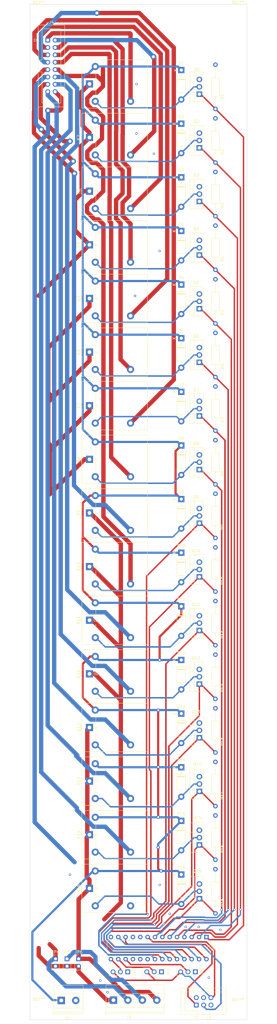
<source format=kicad_pcb>
(kicad_pcb (version 20211014) (generator pcbnew)
  (layers (0 "F.Cu" signal) (31 "B.Cu" signal) (34 "B.Paste" user) (35 "F.Paste" user) (36 "B.SilkS" user "B.Silkscreen") (37 "F.SilkS" user "F.Silkscreen") (38 "B.Mask" user) (39 "F.Mask" user) (44 "Edge.Cuts" user))
  (net 0 "")
  (net 1 "12V")
  (net 2 "Net-(D1-Pad2)")
  (net 3 "Net-(D2-Pad2)")
  (net 4 "Net-(D3-Pad2)")
  (net 5 "Net-(D4-Pad2)")
  (net 6 "Net-(D5-Pad2)")
  (net 7 "Net-(D6-Pad2)")
  (net 8 "Net-(D7-Pad2)")
  (net 9 "Net-(D8-Pad2)")
  (net 10 "Net-(D9-Pad2)")
  (net 11 "Net-(D10-Pad2)")
  (net 12 "Net-(D11-Pad2)")
  (net 13 "Net-(D12-Pad2)")
  (net 14 "Net-(D13-Pad2)")
  (net 15 "Net-(D14-Pad2)")
  (net 16 "Net-(D15-Pad2)")
  (net 17 "Net-(D16-Pad2)")
  (net 18 "GND")
  (net 19 "SCL1")
  (net 21 "SD1")
  (net 23 "+5V")
  (net 24 "Role A")
  (net 25 "Role B")
  (net 26 "Role M")
  (net 27 "Role N")
  (net 28 "Electrode 1")
  (net 29 "Electrode 2")
  (net 30 "Electrode 3")
  (net 31 "Electrode 4")
  (net 32 "Electrode 5")
  (net 33 "Electrode 6")
  (net 34 "Electrode 7")
  (net 35 "Electrode 8")
  (net 36 "Electrode 9")
  (net 37 "Electrode 10")
  (net 38 "Electrode 11")
  (net 39 "Electrode 12")
  (net 40 "Electrode 13")
  (net 41 "Electrode 14")
  (net 42 "Electrode 15")
  (net 43 "Electrode 16")
  (net 44 "Addr2")
  (net 45 "Addr1")
  (net 46 "Addr0")
  (net 47 "E1")
  (net 48 "E2")
  (net 49 "E3")
  (net 50 "E4")
  (net 51 "E5")
  (net 52 "E6")
  (net 53 "E7")
  (net 54 "E8")
  (net 55 "E9")
  (net 56 "E10")
  (net 57 "E11")
  (net 58 "E12")
  (net 59 "E13")
  (net 60 "E14")
  (net 61 "E15")
  (net 62 "E16")
  (footprint "relay:Relay_SPDT_Omron-G5LE-1-VD" (layer "F.Cu") (at 85.05 143.034 90)
    (fp_text reference "K16")
    (fp_text value "G5LE-1-VD")
  )
  (footprint "Resistor_THT:R_Axial_DIN0207_L6.3mm_D2.5mm_P15.24mm_Horizontal" (layer "F.Cu") (at 128.595 -51.706 90)
    (fp_text reference "R5")
    (fp_text value "100k")
  )
  (footprint "relay:Relay_SPDT_Omron-G5LE-1-VD" (layer "F.Cu") (at 85.05 69.076 90)
    (fp_text reference "K12")
    (fp_text value "G5LE-1-VD")
  )
  (footprint "Connector_PinHeader_2.54mm:PinHeader_1x03_P2.54mm_Vertical" (layer "F.Cu") (at 109.95 171.785 -90)
    (fp_text reference "JP2")
    (fp_text value "Addr 1")
  )
  (footprint "relay:Relay_SPDT_Omron-G5LE-1-VD" (layer "F.Cu") (at 85.05 -134.27 90)
    (fp_text reference "K1")
    (fp_text value "G5LE-1-VD")
  )
  (footprint "Resistor_THT:R_Axial_DIN0207_L6.3mm_D2.5mm_P15.24mm_Horizontal" (layer "F.Cu") (at 128.595 133.14 90)
    (fp_text reference "R15")
    (fp_text value "100k")
  )
  (footprint "Connector_PinHeader_2.54mm:PinHeader_1x03_P2.54mm_Vertical" (layer "F.Cu") (at 121.65 171.785 -90)
    (fp_text reference "JP1")
    (fp_text value "Addr 2")
  )
  (footprint "Package_TO_SOT_THT:TO-220-3_Vertical" (layer "F.Cu") (at 123.045 -93.758 90)
    (fp_text reference "Q3")
    (fp_text value "STP16NF06L")
  )
  (footprint "Package_TO_SOT_THT:TO-220-3_Vertical" (layer "F.Cu") (at 123.045 128.06 90)
    (fp_text reference "Q15")
    (fp_text value "STP16NF06L")
  )
  (footprint "Diode_THT:D_DO-41_SOD81_P10.16mm_Horizontal" (layer "F.Cu") (at 116.785 138.254 -90)
    (fp_text reference "D16")
    (fp_text value "1N_E4007")
  )
  (footprint "Diode_THT:D_DO-41_SOD81_P10.16mm_Horizontal" (layer "F.Cu") (at 116.785 45.81 -90)
    (fp_text reference "D11")
    (fp_text value "1N_E4007")
  )
  (footprint "Diode_THT:D_DO-41_SOD81_P10.16mm_Horizontal" (layer "F.Cu") (at 116.785 -120.564 -90)
    (fp_text reference "D2")
    (fp_text value "1N_E4007")
  )
  (footprint "relay:Relay_SPDT_Omron-G5LE-1-VD" (layer "F.Cu") (at 85.05 -41.84 90)
    (fp_text reference "K6")
    (fp_text value "G5LE-1-VD")
  )
  (footprint "Package_TO_SOT_THT:TO-220-3_Vertical" (layer "F.Cu") (at 123.045 -112.244 90)
    (fp_text reference "Q2")
    (fp_text value "STP16NF06L")
  )
  (footprint "Resistor_THT:R_Axial_DIN0207_L6.3mm_D2.5mm_P15.24mm_Horizontal" (layer "F.Cu") (at 128.595 151.654 90)
    (fp_text reference "R16")
    (fp_text value "100k")
  )
  (footprint "Package_DIP:DIP-28_W7.62mm" (layer "F.Cu") (at 125.48 159.795 -90)
    (fp_text reference "U1")
    (fp_text value "MCP23017_SP")
  )
  (footprint "Connector_PinHeader_2.54mm:PinHeader_1x02_P2.54mm_Vertical" (layer "F.Cu") (at 77.3 167.3)
    (fp_text reference "JP5")
    (fp_text value "Jumper_2_Open")
  )
  (footprint "Diode_THT:D_DO-41_SOD81_P10.16mm_Horizontal" (layer "F.Cu") (at 116.785 119.74 -90)
    (fp_text reference "D15")
    (fp_text value "1N_E4007")
  )
  (footprint "Resistor_THT:R_Axial_DIN0207_L6.3mm_D2.5mm_P15.24mm_Horizontal" (layer "F.Cu") (at 128.595 -14.734 90)
    (fp_text reference "R7")
    (fp_text value "100k")
  )
  (footprint "relay:Relay_SPDT_Omron-G5LE-1-VD" (layer "F.Cu") (at 85.05 -23.354 90)
    (fp_text reference "K7")
    (fp_text value "G5LE-1-VD")
  )
  (footprint "Resistor_THT:R_Axial_DIN0207_L6.3mm_D2.5mm_P15.24mm_Horizontal" (layer "F.Cu") (at 128.595 114.668 90)
    (fp_text reference "R14")
    (fp_text value "100k")
  )
  (footprint "Package_TO_SOT_THT:TO-220-3_Vertical" (layer "F.Cu") (at 123.045 -19.814 90)
    (fp_text reference "Q7")
    (fp_text value "STP16NF06L")
  )
  (footprint "Diode_THT:D_DO-41_SOD81_P10.16mm_Horizontal" (layer "F.Cu") (at 116.785 -9.648 -90)
    (fp_text reference "D8")
    (fp_text value "1N_E4007")
  )
  (footprint "Package_TO_SOT_THT:TO-220-3_Vertical" (layer "F.Cu") (at 123.045 146.574 90)
    (fp_text reference "Q16")
    (fp_text value "STP16NF06L")
  )
  (footprint "Diode_THT:D_DO-41_SOD81_P10.16mm_Horizontal" (layer "F.Cu") (at 116.785 8.838 -90)
    (fp_text reference "D9")
    (fp_text value "1N_E4007")
  )
  (footprint "Connector_IDC:IDC-Header_2x08_P2.54mm_Vertical" (layer "F.Cu") (at 70.63 -149.365)
    (fp_text reference "J4")
    (fp_text value "Conn_02x08_Odd_Even")
  )
  (footprint "relay:Relay_SPDT_Omron-G5LE-1-VD" (layer "F.Cu") (at 85.05 124.52 90)
    (fp_text reference "K15")
    (fp_text value "G5LE-1-VD")
  )
  (footprint "Diode_THT:D_DO-41_SOD81_P10.16mm_Horizontal" (layer "F.Cu") (at 116.785 -83.592 -90)
    (fp_text reference "D4")
    (fp_text value "1N_E4007")
  )
  (footprint "Connector_PinHeader_2.54mm:PinHeader_1x02_P2.54mm_Vertical" (layer "F.Cu") (at 81.3 167.3)
    (fp_text reference "JP6")
    (fp_text value "Jumper_2_Open")
  )
  (footprint "Resistor_THT:R_Axial_DIN0207_L6.3mm_D2.5mm_P15.24mm_Horizontal" (layer "F.Cu") (at 128.595 -125.65 90)
    (fp_text reference "R1")
    (fp_text value "100k")
  )
  (footprint "Resistor_THT:R_Axial_DIN0207_L6.3mm_D2.5mm_P15.24mm_Horizontal" (layer "F.Cu") (at 128.595 22.238 90)
    (fp_text reference "R9")
    (fp_text value "100k")
  )
  (footprint "Diode_THT:D_DO-41_SOD81_P10.16mm_Horizontal" (layer "F.Cu") (at 116.785 -102.078 -90)
    (fp_text reference "D3")
    (fp_text value "1N_E4007")
  )
  (footprint "TerminalBlock_Phoenix:TerminalBlock_Phoenix_MKDS-1,5-2_1x02_P5.00mm_Horizontal" (layer "F.Cu") (at 75.3 181.65)
    (fp_text reference "J1")
    (fp_text value "Relays Pwr")
  )
  (footprint "relay:Relay_SPDT_Omron-G5LE-1-VD" (layer "F.Cu") (at 85.05 87.562 90)
    (fp_text reference "K13")
    (fp_text value "G5LE-1-VD")
  )
  (footprint "relay:Relay_SPDT_Omron-G5LE-1-VD" (layer "F.Cu") (at 85.05 -4.868 90)
    (fp_text reference "K8")
    (fp_text value "G5LE-1-VD")
  )
  (footprint "Resistor_THT:R_Axial_DIN0207_L6.3mm_D2.5mm_P15.24mm_Horizontal" (layer "F.Cu") (at 128.595 40.724 90)
    (fp_text reference "R10")
    (fp_text value "100k")
  )
  (footprint "Package_TO_SOT_THT:TO-220-3_Vertical" (layer "F.Cu") (at 123.045 109.588 90)
    (fp_text reference "Q14")
    (fp_text value "STP16NF06L")
  )
  (footprint "Package_TO_SOT_THT:TO-220-3_Vertical" (layer "F.Cu") (at 123.045 -130.73 90)
    (fp_text reference "Q1")
    (fp_text value "STP16NF06L")
  )
  (footprint "Resistor_THT:R_Axial_DIN0207_L6.3mm_D2.5mm_P15.24mm_Horizontal" (layer "F.Cu") (at 128.595 -70.192 90)
    (fp_text reference "R4")
    (fp_text value "100k")
  )
  (footprint "relay:Relay_SPDT_Omron-G5LE-1-VD" (layer "F.Cu") (at 85.05 13.618 90)
    (fp_text reference "K9")
    (fp_text value "G5LE-1-VD")
  )
  (footprint "Connector_PinHeader_2.54mm:PinHeader_1x02_P2.54mm_Vertical" (layer "F.Cu") (at 73.3 167.3)
    (fp_text reference "JP4")
    (fp_text value "Jumper_2_Open")
  )
  (footprint "relay:Relay_SPDT_Omron-G5LE-1-VD" (layer "F.Cu") (at 85.05 32.104 90)
    (fp_text reference "K10")
    (fp_text value "G5LE-1-VD")
  )
  (footprint "Package_TO_SOT_THT:TO-220-3_Vertical" (layer "F.Cu") (at 123.045 -75.272 90)
    (fp_text reference "Q4")
    (fp_text value "STP16NF06L")
  )
  (footprint "Diode_THT:D_DO-41_SOD81_P10.16mm_Horizontal" (layer "F.Cu") (at 116.785 -46.62 -90)
    (fp_text reference "D6")
    (fp_text value "1N_E4007")
  )
  (footprint "Resistor_THT:R_Axial_DIN0207_L6.3mm_D2.5mm_P15.24mm_Horizontal" (layer "F.Cu") (at 128.595 77.696 90)
    (fp_text reference "R12")
    (fp_text value "100k")
  )
  (footprint "TerminalBlock_Phoenix:TerminalBlock_Phoenix_MKDS-1,5-4_1x04_P5.00mm_Horizontal" (layer "F.Cu") (at 93.33 181.55)
    (fp_text reference "J3")
    (fp_text value "Screw_Terminal_01x04")
  )
  (footprint "Diode_THT:D_DO-41_SOD81_P10.16mm_Horizontal" (layer "F.Cu") (at 116.785 101.268 -90)
    (fp_text reference "D14")
    (fp_text value "1N_E4007")
  )
  (footprint "Resistor_THT:R_Axial_DIN0207_L6.3mm_D2.5mm_P15.24mm_Horizontal" (layer "F.Cu") (at 128.595 -107.164 90)
    (fp_text reference "R2")
    (fp_text value "100k")
  )
  (footprint "Package_TO_SOT_THT:TO-220-3_Vertical" (layer "F.Cu") (at 123.045 72.616 90)
    (fp_text reference "Q12")
    (fp_text value "STP16NF06L")
  )
  (footprint "relay:Relay_SPDT_Omron-G5LE-1-VD" (layer "F.Cu") (at 85.05 50.59 90)
    (fp_text reference "K11")
    (fp_text value "G5LE-1-VD")
  )
  (footprint "relay:Relay_SPDT_Omron-G5LE-1-VD" (layer "F.Cu") (at 85.05 -115.784 90)
    (fp_text reference "K2")
    (fp_text value "G5LE-1-VD")
  )
  (footprint "Package_TO_SOT_THT:TO-220-3_Vertical" (layer "F.Cu") (at 123.045 17.158 90)
    (fp_text reference "Q9")
    (fp_text value "STP16NF06L")
  )
  (footprint "Resistor_THT:R_Axial_DIN0207_L6.3mm_D2.5mm_P15.24mm_Horizontal" (layer "F.Cu") (at 128.595 59.21 90)
    (fp_text reference "R11")
    (fp_text value "100k")
  )
  (footprint "Diode_THT:D_DO-41_SOD81_P10.16mm_Horizontal" (layer "F.Cu") (at 116.785 -28.134 -90)
    (fp_text reference "D7")
    (fp_text value "1N_E4007")
  )
  (footprint "MountingHole:MountingHole_3.2mm_M3_ISO14580" (layer "F.Cu") (at 136.4 -158.6)
    (fp_text reference "REF**")
    (fp_text value "MountingHole_3.2mm_M3_ISO14580")
  )
  (footprint "Resistor_THT:R_Axial_DIN0207_L6.3mm_D2.5mm_P15.24mm_Horizontal" (layer "F.Cu") (at 128.595 3.752 90)
    (fp_text reference "R8")
    (fp_text value "100k")
  )
  (footprint "Diode_THT:D_DO-41_SOD81_P10.16mm_Horizontal" (layer "F.Cu") (at 116.785 -65.106 -90)
    (fp_text reference "D5")
    (fp_text value "1N_E4007")
  )
  (footprint "Package_TO_SOT_THT:TO-220-3_Vertical" (layer "F.Cu") (at 123.045 91.102 90)
    (fp_text reference "Q13")
    (fp_text value "STP16NF06L")
  )
  (footprint "relay:Relay_SPDT_Omron-G5LE-1-VD" (layer "F.Cu") (at 85.05 -60.326 90)
    (fp_text reference "K5")
    (fp_text value "G5LE-1-VD")
  )
  (footprint "MountingHole:MountingHole_3.2mm_M3_ISO14580" (layer "F.Cu") (at 136.4 185.2)
    (fp_text reference "REF**")
    (fp_text value "MountingHole_3.2mm_M3_ISO14580")
  )
  (footprint "Resistor_THT:R_Axial_DIN0207_L6.3mm_D2.5mm_P15.24mm_Horizontal" (layer "F.Cu") (at 128.595 -33.22 90)
    (fp_text reference "R6")
    (fp_text value "100k")
  )
  (footprint "Package_TO_SOT_THT:TO-220-3_Vertical" (layer "F.Cu") (at 123.045 35.644 90)
    (fp_text reference "Q10")
    (fp_text value "STP16NF06L")
  )
  (footprint "relay:Relay_SPDT_Omron-G5LE-1-VD" (layer "F.Cu") (at 85.05 -78.812 90)
    (fp_text reference "K4")
    (fp_text value "G5LE-1-VD")
  )
  (footprint "MountingHole:MountingHole_3.2mm_M3_ISO14580" (layer "F.Cu") (at 67.6 -158.6)
    (fp_text reference "REF**")
    (fp_text value "MountingHole_3.2mm_M3_ISO14580")
  )
  (footprint "Diode_THT:D_DO-41_SOD81_P10.16mm_Horizontal" (layer "F.Cu") (at 116.785 82.782 -90)
    (fp_text reference "D13")
    (fp_text value "1N_E4007")
  )
  (footprint "relay:Relay_SPDT_Omron-G5LE-1-VD" (layer "F.Cu") (at 85.05 -97.298 90)
    (fp_text reference "K3")
    (fp_text value "G5LE-1-VD")
  )
  (footprint "Package_TO_SOT_THT:TO-220-3_Vertical" (layer "F.Cu") (at 123.045 -1.328 90)
    (fp_text reference "Q8")
    (fp_text value "STP16NF06L")
  )
  (footprint "MountingHole:MountingHole_3.2mm_M3_ISO14580" (layer "F.Cu") (at 67.6 185.1)
    (fp_text reference "REF**")
    (fp_text value "MountingHole_3.2mm_M3_ISO14580")
  )
  (footprint "Connector_IDC:IDC-Header_2x03_P2.54mm_Vertical" (layer "F.Cu") (at 121.965 183.235 90)
    (fp_text reference "J2")
    (fp_text value "I2C")
  )
  (footprint "Resistor_THT:R_Axial_DIN0207_L6.3mm_D2.5mm_P15.24mm_Horizontal" (layer "F.Cu") (at 128.595 96.182 90)
    (fp_text reference "R13")
    (fp_text value "100k")
  )
  (footprint "Package_TO_SOT_THT:TO-220-3_Vertical" (layer "F.Cu") (at 123.045 -38.3 90)
    (fp_text reference "Q6")
    (fp_text value "STP16NF06L")
  )
  (footprint "Diode_THT:D_DO-41_SOD81_P10.16mm_Horizontal" (layer "F.Cu") (at 116.785 -139.05 -90)
    (fp_text reference "D1")
    (fp_text value "1N_E4007")
  )
  (footprint "Connector_PinHeader_2.54mm:PinHeader_1x03_P2.54mm_Vertical" (layer "F.Cu") (at 98.285 171.8 -90)
    (fp_text reference "JP3")
    (fp_text value "Addr 0")
  )
  (footprint "Diode_THT:D_DO-41_SOD81_P10.16mm_Horizontal" (layer "F.Cu") (at 116.785 27.324 -90)
    (fp_text reference "D10")
    (fp_text value "1N_E4007")
  )
  (footprint "relay:Relay_SPDT_Omron-G5LE-1-VD" (layer "F.Cu") (at 85.05 106.048 90)
    (fp_text reference "K14")
    (fp_text value "G5LE-1-VD")
  )
  (footprint "Resistor_THT:R_Axial_DIN0207_L6.3mm_D2.5mm_P15.24mm_Horizontal" (layer "F.Cu") (at 128.595 -88.678 90)
    (fp_text reference "R3")
    (fp_text value "100k")
  )
  (footprint "Diode_THT:D_DO-41_SOD81_P10.16mm_Horizontal" (layer "F.Cu") (at 116.785 64.296 -90)
    (fp_text reference "D12")
    (fp_text value "1N_E4007")
  )
  (footprint "Package_TO_SOT_THT:TO-220-3_Vertical" (layer "F.Cu") (at 123.045 -56.786 90)
    (fp_text reference "Q5")
    (fp_text value "STP16NF06L")
  )
  (footprint "Package_TO_SOT_THT:TO-220-3_Vertical" (layer "F.Cu") (at 123.045 54.13 90)
    (fp_text reference "Q11")
    (fp_text value "STP16NF06L")
  )
  (gr_line (start 139.5 -161.7) (end 64.5 -161.7) (layer "Edge.Cuts") (width 0.1))
  (gr_line (start 64.5 -161.7) (end 64.5 188.3) (layer "Edge.Cuts") (width 0.1))
  (gr_line (start 139.5 -161.7) (end 139.5 188.3) (layer "Edge.Cuts") (width 0.1))
  (gr_line (start 139.5 188.3) (end 64.5 188.3) (layer "Edge.Cuts") (width 0.1))
  (segment (start 108.8 118.4) (end 108.8 101.2) (width 0.75) (layer "F.Cu") (net 1))
  (segment (start 87.05 7.618) (end 85.282234 7.618) (width 0.75) (layer "F.Cu") (net 1))
  (segment (start 82.675489 10.224745) (end 82.675489 20.424511) (width 0.75) (layer "F.Cu") (net 1))
  (segment (start 85.282234 7.618) (end 82.675489 10.224745) (width 0.75) (layer "F.Cu") (net 1))
  (segment (start 108.8 128.9) (end 108.8 136.3) (width 0.75) (layer "F.Cu") (net 1))
  (segment (start 82.675489 77.187489) (end 87.05 81.562) (width 0.75) (layer "F.Cu") (net 1))
  (segment (start 114.810489 6.863489) (end 116.785 8.838) (width 0.75) (layer "F.Cu") (net 1))
  (segment (start 82.675489 40.215489) (end 87.05 44.59) (width 0.75) (layer "F.Cu") (net 1))
  (segment (start 82.675489 20.424511) (end 82.675489 40.215489) (width 0.75) (layer "F.Cu") (net 1))
  (segment (start 114.810489 -7.673489) (end 114.810489 6.863489) (width 0.75) (layer "F.Cu") (net 1))
  (segment (start 108.8 101.2) (end 108.8 81.7) (width 0.75) (layer "F.Cu") (net 1))
  (segment (start 109.3 56.3) (end 116.785 48.815) (width 0.75) (layer "F.Cu") (net 1))
  (segment (start 82.675489 21.729489) (end 87.05 26.104) (width 0.75) (layer "F.Cu") (net 1))
  (segment (start 109.3 64.3) (end 109.3 56.3) (width 0.75) (layer "F.Cu") (net 1))
  (segment (start 82.675489 65.682745) (end 82.675489 77.187489) (width 0.75) (layer "F.Cu") (net 1))
  (segment (start 82.675489 20.424511) (end 82.675489 21.729489) (width 0.75) (layer "F.Cu") (net 1))
  (segment (start 116.785 -9.648) (end 114.810489 -7.673489) (width 0.75) (layer "F.Cu") (net 1))
  (segment (start 85.282234 63.076) (end 82.675489 65.682745) (width 0.75) (layer "F.Cu") (net 1))
  (segment (start 87.05 63.076) (end 85.282234 63.076) (width 0.75) (layer "F.Cu") (net 1))
  (segment (start 108.8 136.3) (end 109.4 136.9) (width 0.75) (layer "F.Cu") (net 1))
  (segment (start 116.785 48.815) (end 116.785 45.81) (width 0.75) (layer "F.Cu") (net 1))
  (via (at 108.8 81.6) (size 1.2) (drill 0.6) (layers "F.Cu" "B.Cu") (net 1))
  (via (at 109.3 64.3) (size 1.2) (drill 0.6) (layers "F.Cu" "B.Cu") (net 1))
  (via (at 109.8 137) (size 1.2) (drill 0.6) (layers "F.Cu" "B.Cu") (net 1))
  (via (at 108.8 101.2) (size 1.2) (drill 0.6) (layers "F.Cu" "B.Cu") (net 1))
  (via (at 108.8 118.4) (size 1.2) (drill 0.6) (layers "F.Cu" "B.Cu") (net 1))
  (via (at 108.8 128.9) (size 1.2) (drill 0.6) (layers "F.Cu" "B.Cu") (net 1))
  (segment (start 88.27 -102.078) (end 87.05 -103.298) (width 0.75) (layer "B.Cu") (net 1))
  (segment (start 82.675489 -108.275489) (end 82.675489 -127.524511) (width 0.75) (layer "B.Cu") (net 1))
  (segment (start 87.05 -66.326) (end 115.565 -66.326) (width 0.75) (layer "B.Cu") (net 1))
  (segment (start 87.05 81.562) (end 115.565 81.562) (width 0.75) (layer "B.Cu") (net 1))
  (segment (start 115.565 -47.84) (end 116.785 -46.62) (width 0.75) (layer "B.Cu") (net 1))
  (segment (start 82.675489 -90.475489) (end 82.675489 -108.275489) (width 0.75) (layer "B.Cu") (net 1))
  (segment (start 82.675489 -70.700511) (end 82.675489 -52.924511) (width 0.75) (layer "B.Cu") (net 1))
  (segment (start 88.27 101.268) (end 87.05 100.048) (width 0.75) (layer "B.Cu") (net 1))
  (segment (start 82.675489 -90.475489) (end 82.675489 -70.700511) (width 0.75) (layer "B.Cu") (net 1))
  (segment (start 82.675489 -15.242511) (end 87.05 -10.868) (width 0.75) (layer "B.Cu") (net 1))
  (segment (start 82.675489 -136.475489) (end 83.82499 -137.62499) (width 0.75) (layer "B.Cu") (net 1))
  (segment (start 116.785 27.324) (end 88.27 27.324) (width 0.75) (layer "B.Cu") (net 1))
  (segment (start 82.675489 -33.728511) (end 87.05 -29.354) (width 0.75) (layer "B.Cu") (net 1))
  (segment (start 87.05 -84.812) (end 115.565 -84.812) (width 0.75) (layer "B.Cu") (net 1))
  (segment (start 87.05 118.52) (end 115.565 118.52) (width 0.75) (layer "B.Cu") (net 1))
  (segment (start 87.05 -10.868) (end 115.565 -10.868) (width 0.75) (layer "B.Cu") (net 1))
  (segment (start 82.675489 -52.924511) (end 82.675489 -33.728511) (width 0.75) (layer "B.Cu") (net 1))
  (segment (start 86.300978 137.034) (end 87.05 137.034) (width 0.75) (layer "B.Cu") (net 1))
  (segment (start 88.27 -120.564) (end 87.05 -121.784) (width 0.75) (layer "B.Cu") (net 1))
  (segment (start 88.27 64.296) (end 87.05 63.076) (width 0.75) (layer "B.Cu") (net 1))
  (segment (start 115.565 -66.326) (end 116.785 -65.106) (width 0.75) (layer "B.Cu") (net 1))
  (segment (start 82.675489 -52.214511) (end 87.05 -47.84) (width 0.75) (layer "B.Cu") (net 1))
  (segment (start 87.05 7.618) (end 115.565 7.618) (width 0.75) (layer "B.Cu") (net 1))
  (segment (start 87.05 -103.298) (end 82.675489 -107.672511) (width 0.75) (layer "B.Cu") (net 1))
  (segment (start 115.565 137.034) (end 116.785 138.254) (width 0.75) (layer "B.Cu") (net 1))
  (segment (start 82.675489 -52.924511) (end 82.675489 -52.214511) (width 0.75) (layer "B.Cu") (net 1))
  (segment (start 88.27 27.324) (end 87.05 26.104) (width 0.75) (layer "B.Cu") (net 1))
  (segment (start 115.565 -84.812) (end 116.785 -83.592) (width 0.75) (layer "B.Cu") (net 1))
  (segment (start 83.82499 -137.62499) (end 84.40499 -137.62499) (width 0.75) (layer "B.Cu") (net 1))
  (segment (start 115.565 7.618) (end 116.785 8.838) (width 0.75) (layer "B.Cu") (net 1))
  (segment (start 108.8 127.725) (end 108.8 128.9) (width 0.75) (layer "B.Cu") (net 1))
  (segment (start 82.675489 -107.672511) (end 82.675489 -108.275489) (width 0.75) (layer "B.Cu") (net 1))
  (segment (start 72.3 181.55) (end 65.3 174.55) (width 0.75) (layer "B.Cu") (net 1))
  (segment (start 116.785 101.268) (end 88.27 101.268) (width 0.75) (layer "B.Cu") (net 1))
  (segment (start 87.05 -121.784) (end 82.675489 -126.158511) (width 0.75) (layer "B.Cu") (net 1))
  (segment (start 73.6 181.55) (end 72.3 181.55) (width 0.75) (layer "B.Cu") (net 1))
  (segment (start 115.565 44.59) (end 116.785 45.81) (width 0.75) (layer "B.Cu") (net 1))
  (segment (start 82.675489 -70.700511) (end 87.05 -66.326) (width 0.75) (layer "B.Cu") (net 1))
  (segment (start 116.785 64.296) (end 88.27 64.296) (width 0.75) (layer "B.Cu") (net 1))
  (segment (start 116.785 -120.564) (end 88.27 -120.564) (width 0.75) (layer "B.Cu") (net 1))
  (segment (start 82.675489 -89.186511) (end 82.675489 -90.475489) (width 0.75) (layer "B.Cu") (net 1))
  (segment (start 84.40499 -137.62499) (end 87.05 -140.27) (width 0.75) (layer "B.Cu") (net 1))
  (segment (start 115.565 81.562) (end 116.785 82.782) (width 0.75) (layer "B.Cu") (net 1))
  (segment (start 82.675489 -33.728511) (end 82.675489 -15.242511) (width 0.75) (layer "B.Cu") (net 1))
  (segment (start 87.05 -84.812) (end 82.675489 -89.186511) (width 0.75) (layer "B.Cu") (net 1))
  (segment (start 65.3 158.034978) (end 86.300978 137.034) (width 0.75) (layer "B.Cu") (net 1))
  (segment (start 116.785 119.74) (end 108.8 127.725) (width 0.75) (layer "B.Cu") (net 1))
  (segment (start 82.675489 -127.524511) (end 82.675489 -136.475489) (width 0.75) (layer "B.Cu") (net 1))
  (segment (start 87.05 -47.84) (end 115.565 -47.84) (width 0.75) (layer "B.Cu") (net 1))
  (segment (start 87.05 -29.354) (end 115.565 -29.354) (width 0.75) (layer "B.Cu") (net 1))
  (segment (start 115.565 -29.354) (end 116.785 -28.134) (width 0.75) (layer "B.Cu") (net 1))
  (segment (start 115.565 118.52) (end 116.785 119.74) (width 0.75) (layer "B.Cu") (net 1))
  (segment (start 115.565 -140.27) (end 116.785 -139.05) (width 0.75) (layer "B.Cu") (net 1))
  (segment (start 115.565 -10.868) (end 116.785 -9.648) (width 0.75) (layer "B.Cu") (net 1))
  (segment (start 87.05 -140.27) (end 115.565 -140.27) (width 0.75) (layer "B.Cu") (net 1))
  (segment (start 87.05 137.034) (end 115.565 137.034) (width 0.75) (layer "B.Cu") (net 1))
  (segment (start 87.05 44.59) (end 115.565 44.59) (width 0.75) (layer "B.Cu") (net 1))
  (segment (start 116.785 -102.078) (end 88.27 -102.078) (width 0.75) (layer "B.Cu") (net 1))
  (segment (start 82.675489 -126.158511) (end 82.675489 -127.524511) (width 0.75) (layer "B.Cu") (net 1))
  (segment (start 65.3 174.55) (end 65.3 158.034978) (width 0.75) (layer "B.Cu") (net 1))
  (segment (start 87.05 -128.27) (end 89.299511 -126.020489) (width 0.5) (layer "B.Cu") (net 2))
  (segment (start 113.915489 -126.020489) (end 116.785 -128.89) (width 0.5) (layer "B.Cu") (net 2))
  (segment (start 89.299511 -126.020489) (end 113.915489 -126.020489) (width 0.5) (layer "B.Cu") (net 2))
  (segment (start 116.785 -128.89) (end 121.165 -133.27) (width 0.5) (layer "B.Cu") (net 2))
  (segment (start 121.165 -133.27) (end 123.045 -133.27) (width 0.5) (layer "B.Cu") (net 2))
  (segment (start 116.785 -110.404) (end 121.165 -114.784) (width 0.5) (layer "B.Cu") (net 3))
  (segment (start 87.05 -109.784) (end 89.299511 -107.534489) (width 0.5) (layer "B.Cu") (net 3))
  (segment (start 121.165 -114.784) (end 123.045 -114.784) (width 0.5) (layer "B.Cu") (net 3))
  (segment (start 89.299511 -107.534489) (end 113.915489 -107.534489) (width 0.5) (layer "B.Cu") (net 3))
  (segment (start 113.915489 -107.534489) (end 116.785 -110.404) (width 0.5) (layer "B.Cu") (net 3))
  (segment (start 113.915489 -89.048489) (end 89.299511 -89.048489) (width 0.5) (layer "B.Cu") (net 4))
  (segment (start 89.299511 -89.048489) (end 87.05 -91.298) (width 0.5) (layer "B.Cu") (net 4))
  (segment (start 121.165 -96.298) (end 123.045 -96.298) (width 0.5) (layer "B.Cu") (net 4))
  (segment (start 116.785 -91.918) (end 121.165 -96.298) (width 0.5) (layer "B.Cu") (net 4))
  (segment (start 116.785 -91.918) (end 113.915489 -89.048489) (width 0.5) (layer "B.Cu") (net 4))
  (segment (start 116.785 -73.432) (end 121.165 -77.812) (width 0.5) (layer "B.Cu") (net 5))
  (segment (start 121.165 -77.812) (end 123.045 -77.812) (width 0.5) (layer "B.Cu") (net 5))
  (segment (start 113.915489 -70.562489) (end 116.785 -73.432) (width 0.5) (layer "B.Cu") (net 5))
  (segment (start 87.05 -72.812) (end 89.299511 -70.562489) (width 0.5) (layer "B.Cu") (net 5))
  (segment (start 89.299511 -70.562489) (end 113.915489 -70.562489) (width 0.5) (layer "B.Cu") (net 5))
  (segment (start 123.045 -59.326) (end 121.165 -59.326) (width 0.5) (layer "B.Cu") (net 6))
  (segment (start 89.299511 -52.076489) (end 113.915489 -52.076489) (width 0.5) (layer "B.Cu") (net 6))
  (segment (start 87.05 -54.326) (end 89.299511 -52.076489) (width 0.5) (layer "B.Cu") (net 6))
  (segment (start 113.915489 -52.076489) (end 116.785 -54.946) (width 0.5) (layer "B.Cu") (net 6))
  (segment (start 121.165 -59.326) (end 116.785 -54.946) (width 0.5) (layer "B.Cu") (net 6))
  (segment (start 113.915489 -33.590489) (end 116.785 -36.46) (width 0.5) (layer "B.Cu") (net 7))
  (segment (start 116.785 -36.46) (end 121.165 -40.84) (width 0.5) (layer "B.Cu") (net 7))
  (segment (start 121.165 -40.84) (end 123.045 -40.84) (width 0.5) (layer "B.Cu") (net 7))
  (segment (start 89.299511 -33.590489) (end 113.915489 -33.590489) (width 0.5) (layer "B.Cu") (net 7))
  (segment (start 87.05 -35.84) (end 89.299511 -33.590489) (width 0.5) (layer "B.Cu") (net 7))
  (segment (start 121.165 -22.354) (end 123.045 -22.354) (width 0.5) (layer "B.Cu") (net 8))
  (segment (start 116.785 -17.974) (end 115.155489 -19.603511) (width 0.5) (layer "B.Cu") (net 8))
  (segment (start 89.299511 -19.603511) (end 87.05 -17.354) (width 0.5) (layer "B.Cu") (net 8))
  (segment (start 116.785 -17.974) (end 121.165 -22.354) (width 0.5) (layer "B.Cu") (net 8))
  (segment (start 115.155489 -19.603511) (end 89.299511 -19.603511) (width 0.5) (layer "B.Cu") (net 8))
  (segment (start 89.299511 3.381511) (end 87.05 1.132) (width 0.5) (layer "B.Cu") (net 9))
  (segment (start 121.165 -3.868) (end 123.045 -3.868) (width 0.5) (layer "B.Cu") (net 9))
  (segment (start 116.785 0.512) (end 113.915489 3.381511) (width 0.5) (layer "B.Cu") (net 9))
  (segment (start 116.785 0.512) (end 121.165 -3.868) (width 0.5) (layer "B.Cu") (net 9))
  (segment (start 113.915489 3.381511) (end 89.299511 3.381511) (width 0.5) (layer "B.Cu") (net 9))
  (segment (start 116.785 18.998) (end 113.883 21.9) (width 0.5) (layer "B.Cu") (net 10))
  (segment (start 113.883 21.9) (end 89.332 21.9) (width 0.5) (layer "B.Cu") (net 10))
  (segment (start 116.785 18.998) (end 121.165 14.618) (width 0.5) (layer "B.Cu") (net 10))
  (segment (start 89.332 21.9) (end 87.05 19.618) (width 0.5) (layer "B.Cu") (net 10))
  (segment (start 121.165 14.618) (end 123.045 14.618) (width 0.5) (layer "B.Cu") (net 10))
  (segment (start 121.165 33.104) (end 123.045 33.104) (width 0.5) (layer "B.Cu") (net 11))
  (segment (start 89.299511 40.353511) (end 87.05 38.104) (width 0.5) (layer "B.Cu") (net 11))
  (segment (start 116.785 37.484) (end 121.165 33.104) (width 0.5) (layer "B.Cu") (net 11))
  (segment (start 116.785 37.484) (end 113.915489 40.353511) (width 0.5) (layer "B.Cu") (net 11))
  (segment (start 113.915489 40.353511) (end 89.299511 40.353511) (width 0.5) (layer "B.Cu") (net 11))
  (segment (start 87.29 56.59) (end 87.05 56.59) (width 0.5) (layer "B.Cu") (net 12))
  (segment (start 121.165 51.59) (end 123.045 51.59) (width 0.5) (layer "B.Cu") (net 12))
  (segment (start 112.955 59.8) (end 90.5 59.8) (width 0.5) (layer "B.Cu") (net 12))
  (segment (start 116.785 55.97) (end 121.165 51.59) (width 0.5) (layer "B.Cu") (net 12))
  (segment (start 116.785 55.97) (end 112.955 59.8) (width 0.5) (layer "B.Cu") (net 12))
  (segment (start 90.5 59.8) (end 87.29 56.59) (width 0.5) (layer "B.Cu") (net 12))
  (segment (start 113.915489 77.325511) (end 116.785 74.456) (width 0.5) (layer "B.Cu") (net 13))
  (segment (start 121.165 70.076) (end 123.045 70.076) (width 0.5) (layer "B.Cu") (net 13))
  (segment (start 89.299511 77.325511) (end 113.915489 77.325511) (width 0.5) (layer "B.Cu") (net 13))
  (segment (start 87.05 75.076) (end 89.299511 77.325511) (width 0.5) (layer "B.Cu") (net 13))
  (segment (start 116.785 74.456) (end 121.165 70.076) (width 0.5) (layer "B.Cu") (net 13))
  (segment (start 116.785 92.942) (end 121.165 88.562) (width 0.5) (layer "B.Cu") (net 14))
  (segment (start 87.362 93.562) (end 87.05 93.562) (width 0.5) (layer "B.Cu") (net 14))
  (segment (start 121.165 88.562) (end 123.045 88.562) (width 0.5) (layer "B.Cu") (net 14))
  (segment (start 116.785 92.942) (end 112.69629 97.03071) (width 0.5) (layer "B.Cu") (net 14))
  (segment (start 90.83071 97.03071) (end 87.362 93.562) (width 0.5) (layer "B.Cu") (net 14))
  (segment (start 112.69629 97.03071) (end 90.83071 97.03071) (width 0.5) (layer "B.Cu") (net 14))
  (segment (start 116.785 111.428) (end 121.165 107.048) (width 0.5) (layer "B.Cu") (net 15))
  (segment (start 89.448 112.048) (end 92.3 114.9) (width 0.5) (layer "B.Cu") (net 15))
  (segment (start 92.3 114.9) (end 113.313 114.9) (width 0.5) (layer "B.Cu") (net 15))
  (segment (start 87.05 112.048) (end 89.448 112.048) (width 0.5) (layer "B.Cu") (net 15))
  (segment (start 113.313 114.9) (end 116.785 111.428) (width 0.5) (layer "B.Cu") (net 15))
  (segment (start 121.165 107.048) (end 123.045 107.048) (width 0.5) (layer "B.Cu") (net 15))
  (segment (start 87.05 130.52) (end 88.12 130.52) (width 0.5) (layer "B.Cu") (net 16))
  (segment (start 121.165 125.52) (end 116.785 129.9) (width 0.5) (layer "B.Cu") (net 16))
  (segment (start 90.369511 132.769511) (end 113.915489 132.769511) (width 0.5) (layer "B.Cu") (net 16))
  (segment (start 123.045 125.52) (end 121.165 125.52) (width 0.5) (layer "B.Cu") (net 16))
  (segment (start 88.12 130.52) (end 90.369511 132.769511) (width 0.5) (layer "B.Cu") (net 16))
  (segment (start 113.915489 132.769511) (end 116.785 129.9) (width 0.5) (layer "B.Cu") (net 16))
  (segment (start 116.785 148.414) (end 121.165 144.034) (width 0.5) (layer "B.Cu") (net 17))
  (segment (start 116.785 148.414) (end 109.014 148.414) (width 0.5) (layer "B.Cu") (net 17))
  (segment (start 106.3 145.7) (end 109.014 148.414) (width 0.5) (layer "B.Cu") (net 17))
  (segment (start 121.165 144.034) (end 123.045 144.034) (width 0.5) (layer "B.Cu") (net 17))
  (segment (start 87.05 149.034) (end 90.384 145.7) (width 0.5) (layer "B.Cu") (net 17))
  (segment (start 90.384 145.7) (end 106.3 145.7) (width 0.5) (layer "B.Cu") (net 17))
  (via (at 126.3 173.8) (size 0.8) (drill 0.4) (layers "F.Cu" "B.Cu") (net 18))
  (via (at 91.3 178.8) (size 0.8) (drill 0.4) (layers "F.Cu" "B.Cu") (net 18))
  (via (at 100.8 -61.2) (size 0.8) (drill 0.4) (layers "F.Cu" "B.Cu") (net 18))
  (via (at 78.3 138.3) (size 0.8) (drill 0.4) (layers "F.Cu" "B.Cu") (net 18))
  (via (at 112.8 151.8) (size 0.8) (drill 0.4) (layers "F.Cu" "B.Cu") (net 18))
  (via (at 122.8 156.3) (size 0.8) (drill 0.4) (layers "F.Cu" "B.Cu") (net 18))
  (via (at 109.3 -76.7) (size 0.8) (drill 0.4) (layers "F.Cu" "B.Cu") (net 18))
  (via (at 107.3 -110.2) (size 0.8) (drill 0.4) (layers "F.Cu" "B.Cu") (net 18))
  (via (at 101.3 -134.2) (size 0.8) (drill 0.4) (layers "F.Cu" "B.Cu") (net 18))
  (via (at 101.3 -117.2) (size 0.8) (drill 0.4) (layers "F.Cu" "B.Cu") (net 18))
  (via (at 118.3 156.3) (size 0.8) (drill 0.4) (layers "F.Cu" "B.Cu") (net 18))
  (via (at 130.3 157.3) (size 0.8) (drill 0.4) (layers "F.Cu" "B.Cu") (net 18))
  (via (at 109.3 141.8) (size 0.8) (drill 0.4) (layers "F.Cu" "B.Cu") (net 18))
  (via (at 88.8 174.8) (size 0.8) (drill 0.4) (layers "F.Cu" "B.Cu") (net 18))
  (segment (start 119.1 180.3) (end 121.965 183.165) (width 0.5) (layer "F.Cu") (net 19))
  (segment (start 119.1 177.334022) (end 119.1 180.3) (width 0.5) (layer "F.Cu") (net 19))
  (segment (start 127.400489 164.672589) (end 127.400489 169.033533) (width 0.5) (layer "F.Cu") (net 19))
  (segment (start 121.965 183.165) (end 121.965 183.235) (width 0.5) (layer "F.Cu") (net 19))
  (segment (start 127.400489 169.033533) (end 119.1 177.334022) (width 0.5) (layer "F.Cu") (net 19))
  (segment (start 98.367445 162.367445) (end 125.095345 162.367445) (width 0.5) (layer "F.Cu") (net 19))
  (segment (start 125.095345 162.367445) (end 127.400489 164.672589) (width 0.5) (layer "F.Cu") (net 19))
  (segment (start 97.54 161.54) (end 98.367445 162.367445) (width 0.5) (layer "F.Cu") (net 19))
  (segment (start 97.54 159.795) (end 97.54 161.54) (width 0.5) (layer "F.Cu") (net 19))
  (segment (start 124.505 183.705) (end 124.505 183.235) (width 0.5) (layer "B.Cu") (net 21))
  (segment (start 127.666119 184.734511) (end 125.534511 184.734511) (width 0.5) (layer "B.Cu") (net 21))
  (segment (start 130.5 182.70063) (end 128.50063 184.7) (width 0.5) (layer "B.Cu") (net 21))
  (segment (start 125.534511 184.734511) (end 124.505 183.705) (width 0.5) (layer "B.Cu") (net 21))
  (segment (start 127.70063 184.7) (end 127.666119 184.734511) (width 0.5) (layer "B.Cu") (net 21))
  (segment (start 128.50063 184.7) (end 127.70063 184.7) (width 0.5) (layer "B.Cu") (net 21))
  (segment (start 123.7 162.3) (end 130.5 169.1) (width 0.5) (layer "B.Cu") (net 21))
  (segment (start 130.5 169.1) (end 130.5 182.70063) (width 0.5) (layer "B.Cu") (net 21))
  (segment (start 97.505 162.3) (end 123.7 162.3) (width 0.5) (layer "B.Cu") (net 21))
  (segment (start 95 159.795) (end 97.505 162.3) (width 0.5) (layer "B.Cu") (net 21))
  (segment (start 104.87 171.785) (end 107.785 174.7) (width 0.5) (layer "F.Cu") (net 23))
  (segment (start 108.7 174.7) (end 96.105 174.7) (width 0.5) (layer "F.Cu") (net 23))
  (segment (start 116.57 171.785) (end 113.655 174.7) (width 0.5) (layer "F.Cu") (net 23))
  (segment (start 113.4 174.7) (end 108.7 174.7) (width 0.5) (layer "F.Cu") (net 23))
  (segment (start 105.16 159.795) (end 105.295 159.795) (width 0.5) (layer "F.Cu") (net 23))
  (segment (start 128.3 164.3) (end 128.3 179.9) (width 0.5) (layer "F.Cu") (net 23))
  (segment (start 113.655 174.7) (end 113.4 174.7) (width 0.5) (layer "F.Cu") (net 23))
  (segment (start 107.785 174.7) (end 108.7 174.7) (width 0.5) (layer "F.Cu") (net 23))
  (segment (start 127.505 180.695) (end 127.045 180.695) (width 0.5) (layer "F.Cu") (net 23))
  (segment (start 128.3 179.9) (end 127.505 180.695) (width 0.5) (layer "F.Cu") (net 23))
  (segment (start 96.105 174.7) (end 93.205 171.8) (width 0.5) (layer "F.Cu") (net 23))
  (segment (start 125.467934 161.467934) (end 128.3 164.3) (width 0.5) (layer "F.Cu") (net 23))
  (segment (start 105.295 159.795) (end 106.967934 161.467934) (width 0.5) (layer "F.Cu") (net 23))
  (segment (start 106.967934 161.467934) (end 125.467934 161.467934) (width 0.5) (layer "F.Cu") (net 23))
  (segment (start 118.069511 173.284511) (end 116.57 171.785) (width 0.5) (layer "B.Cu") (net 23))
  (segment (start 119.634511 173.284511) (end 118.069511 173.284511) (width 0.5) (layer "B.Cu") (net 23))
  (segment (start 126.845 180.495) (end 119.634511 173.284511) (width 0.5) (layer "B.Cu") (net 23))
  (segment (start 81.999501 -126.235328) (end 81.999501 -131.219501) (width 1.5) (layer "F.Cu") (net 24))
  (segment (start 82.050979 -112.784979) (end 85.05 -115.784) (width 1.5) (layer "F.Cu") (net 24))
  (segment (start 81.999501 -131.219501) (end 85.05 -134.27) (width 1.5) (layer "F.Cu") (net 24))
  (segment (start 73.3 169.84) (end 71.140978 169.84) (width 1.5) (layer "F.Cu") (net 24))
  (segment (start 82.998978 -97.298) (end 80.050489 -94.349511) (width 1.5) (layer "F.Cu") (net 24))
  (segment (start 73.3 169.84) (end 81.3 169.84) (width 1.5) (layer "F.Cu") (net 24))
  (segment (start 67.5 166.199022) (end 67.5 163.6) (width 1.5) (layer "F.Cu") (net 24))
  (segment (start 80.050489 -94.349511) (end 82.346556 -96.645578) (width 1.5) (layer "F.Cu") (net 24))
  (segment (start 82.699501 -119.800499) (end 82.699501 -125.535328) (width 1.5) (layer "F.Cu") (net 24))
  (segment (start 82.346556 -104.435328) (end 82.050979 -104.730905) (width 1.5) (layer "F.Cu") (net 24))
  (segment (start 81.3 171.8) (end 81.3 169.84) (width 1.5) (layer "F.Cu") (net 24))
  (segment (start 80.050489 -83.811511) (end 80.050489 -94.349511) (width 1.5) (layer "F.Cu") (net 24))
  (segment (start 85.05 -97.298) (end 82.998978 -97.298) (width 1.5) (layer "F.Cu") (net 24))
  (segment (start 93.33 181.55) (end 91.05 181.55) (width 1.5) (layer "F.Cu") (net 24))
  (segment (start 91.05 181.55) (end 81.3 171.8) (width 1.5) (layer "F.Cu") (net 24))
  (segment (start 67.5 -61.262) (end 85.05 -78.812) (width 1.5) (layer "F.Cu") (net 24))
  (segment (start 85.05 -117.45) (end 82.699501 -119.800499) (width 1.5) (layer "F.Cu") (net 24))
  (segment (start 85.05 -78.812) (end 80.050489 -83.811511) (width 1.5) (layer "F.Cu") (net 24))
  (segment (start 82.346556 -96.645578) (end 82.346556 -104.435328) (width 1.5) (layer "F.Cu") (net 24))
  (segment (start 85.05 -115.784) (end 85.05 -117.45) (width 1.5) (layer "F.Cu") (net 24))
  (segment (start 82.050979 -104.730905) (end 82.050979 -112.784979) (width 1.5) (layer "F.Cu") (net 24))
  (segment (start 71.140978 169.84) (end 67.5 166.199022) (width 1.5) (layer "F.Cu") (net 24))
  (segment (start 82.699501 -125.535328) (end 81.999501 -126.235328) (width 1.5) (layer "F.Cu") (net 24))
  (segment (start 71.3 5) (end 71.3 -7.8) (width 1.5) (layer "F.Cu") (net 25))
  (segment (start 73.3 164.28824) (end 71.3 162.28824) (width 1.5) (layer "F.Cu") (net 25))
  (segment (start 70.8 -43.326) (end 85.05 -57.576) (width 1.5) (layer "F.Cu") (net 25))
  (segment (start 85.05 -38.85) (end 72.4 -26.2) (width 1.5) (layer "F.Cu") (net 25))
  (segment (start 85.05 -41.84) (end 85.05 -38.85) (width 1.5) (layer "F.Cu") (net 25))
  (segment (start 71.3 7.2) (end 72.4 6.1) (width 1.5) (layer "F.Cu") (net 25))
  (segment (start 70.8 -27.8) (end 70.8 -43.326) (width 1.5) (layer "F.Cu") (net 25))
  (segment (start 85.05 -21.55) (end 72.4 -8.9) (width 1.5) (layer "F.Cu") (net 25))
  (segment (start 85.05 -23.354) (end 85.05 -21.55) (width 1.5) (layer "F.Cu") (net 25))
  (segment (start 72.4 -8.9) (end 70.8 -10.5) (width 1.5) (layer "F.Cu") (net 25))
  (segment (start 73.3 167.3) (end 73.3 164.28824) (width 1.5) (layer "F.Cu") (net 25))
  (segment (start 70.8 -10.5) (end 70.8 -24.6) (width 1.5) (layer "F.Cu") (net 25))
  (segment (start 70.8 -24.6) (end 72.4 -26.2) (width 1.5) (layer "F.Cu") (net 25))
  (segment (start 85.05 -57.576) (end 85.05 -60.326) (width 1.5) (layer "F.Cu") (net 25))
  (segment (start 83.368 -4.868) (end 72.4 6.1) (width 1.5) (layer "F.Cu") (net 25))
  (segment (start 85.05 -4.868) (end 83.368 -4.868) (width 1.5) (layer "F.Cu") (net 25))
  (segment (start 71.3 -7.8) (end 72.4 -8.9) (width 1.5) (layer "F.Cu") (net 25))
  (segment (start 72.4 6.1) (end 71.3 5) (width 1.5) (layer "F.Cu") (net 25))
  (segment (start 72.4 -26.2) (end 70.8 -27.8) (width 1.5) (layer "F.Cu") (net 25))
  (segment (start 72.517289 167.3) (end 70.950489 168.8668) (width 1.5) (layer "B.Cu") (net 25))
  (segment (start 70.950489 168.8668) (end 70.950489 170.8132) (width 1.5) (layer "B.Cu") (net 25))
  (segment (start 76.937289 176.8) (end 93.58 176.8) (width 1.5) (layer "B.Cu") (net 25))
  (segment (start 73.3 167.3) (end 72.517289 167.3) (width 1.5) (layer "B.Cu") (net 25))
  (segment (start 70.950489 170.8132) (end 76.937289 176.8) (width 1.5) (layer "B.Cu") (net 25))
  (segment (start 93.58 176.8) (end 98.33 181.55) (width 1.5) (layer "B.Cu") (net 25))
  (segment (start 85.05 32.104) (end 85.444 32.104) (width 1.5) (layer "F.Cu") (net 26))
  (segment (start 85.373 13.618) (end 91.44 19.685) (width 1.5) (layer "F.Cu") (net 26))
  (segment (start 85.444 32.104) (end 95.885 42.545) (width 1.5) (layer "F.Cu") (net 26))
  (segment (start 85.05 69.076) (end 86.856 69.076) (width 1.5) (layer "F.Cu") (net 26))
  (segment (start 85.05 50.59) (end 86.15 50.59) (width 1.5) (layer "F.Cu") (net 26))
  (segment (start 85.05 13.618) (end 85.373 13.618) (width 1.5) (layer "F.Cu") (net 26))
  (segment (start 95.885 24.13) (end 95.885 40.64) (width 1.5) (layer "F.Cu") (net 26))
  (segment (start 86.856 69.076) (end 95.885 78.105) (width 1.5) (layer "F.Cu") (net 26))
  (segment (start 95.885 40.64) (end 95.885 42.545) (width 1.5) (layer "F.Cu") (net 26))
  (segment (start 95.885 147.955) (end 90.17 153.67) (width 1.5) (layer "F.Cu") (net 26))
  (segment (start 95.885 42.545) (end 95.885 60.325) (width 1.5) (layer "F.Cu") (net 26))
  (segment (start 95.885 60.325) (end 95.885 78.105) (width 1.5) (layer "F.Cu") (net 26))
  (segment (start 86.15 50.59) (end 95.885 60.325) (width 1.5) (layer "F.Cu") (net 26))
  (segment (start 95.885 78.105) (end 95.885 147.955) (width 1.5) (layer "F.Cu") (net 26))
  (segment (start 91.44 19.685) (end 95.885 24.13) (width 1.5) (layer "F.Cu") (net 26))
  (segment (start 79.649511 164.950489) (end 77.3 167.3) (width 1.5) (layer "B.Cu") (net 26))
  (segment (start 87.1 166.6) (end 85.450489 164.950489) (width 1.5) (layer "B.Cu") (net 26))
  (segment (start 92.550489 174.550489) (end 87.1 169.1) (width 1.5) (layer "B.Cu") (net 26))
  (segment (start 87.1 169.1) (end 87.1 166.6) (width 1.5) (layer "B.Cu") (net 26))
  (segment (start 103.33 181.55) (end 96.330489 174.550489) (width 1.5) (layer "B.Cu") (net 26))
  (segment (start 85.450489 164.950489) (end 79.649511 164.950489) (width 1.5) (layer "B.Cu") (net 26))
  (segment (start 96.330489 174.550489) (end 92.550489 174.550489) (width 1.5) (layer "B.Cu") (net 26))
  (segment (start 84.1 139.1) (end 85.05 140.05) (width 1.5) (layer "F.Cu") (net 27))
  (segment (start 84.300489 105.298489) (end 84.300489 88.311511) (width 1.5) (layer "F.Cu") (net 27))
  (segment (start 81.3 167.3) (end 81.3 146.784) (width 1.5) (layer "F.Cu") (net 27))
  (segment (start 84.300489 123.770489) (end 84.300489 106.797511) (width 1.5) (layer "F.Cu") (net 27))
  (segment (start 84.1 125.47) (end 84.1 139.1) (width 1.5) (layer "F.Cu") (net 27))
  (segment (start 85.05 124.52) (end 84.300489 123.770489) (width 1.5) (layer "F.Cu") (net 27))
  (segment (start 85.05 106.048) (end 84.300489 105.298489) (width 1.5) (layer "F.Cu") (net 27))
  (segment (start 81.3 167.3) (end 85.155 167.3) (width 1.5) (layer "F.Cu") (net 27))
  (segment (start 81.3 146.784) (end 85.05 143.034) (width 1.5) (layer "F.Cu") (net 27))
  (segment (start 84.300489 106.797511) (end 85.05 106.048) (width 1.5) (layer "F.Cu") (net 27))
  (segment (start 85.05 124.52) (end 84.1 125.47) (width 1.5) (layer "F.Cu") (net 27))
  (segment (start 85.05 140.05) (end 85.05 143.034) (width 1.5) (layer "F.Cu") (net 27))
  (segment (start 85.155 167.3) (end 96.605489 178.750489) (width 1.5) (layer "F.Cu") (net 27))
  (segment (start 96.605489 178.750489) (end 105.530489 178.750489) (width 1.5) (layer "F.Cu") (net 27))
  (segment (start 84.300489 88.311511) (end 85.05 87.562) (width 1.5) (layer "F.Cu") (net 27))
  (segment (start 105.530489 178.750489) (end 108.33 181.55) (width 1.5) (layer "F.Cu") (net 27))
  (segment (start 99.25 -128.27) (end 99.25 -151.541598) (width 1.5) (layer "F.Cu") (net 28))
  (segment (start 72.1968 -151.714511) (end 70.63 -150.147711) (width 1.5) (layer "F.Cu") (net 28))
  (segment (start 99.090119 -151.701479) (end 84.701116 -151.701479) (width 1.5) (layer "F.Cu") (net 28))
  (segment (start 99.25 -151.541598) (end 99.090119 -151.701479) (width 1.5) (layer "F.Cu") (net 28))
  (segment (start 84.701116 -151.701479) (end 84.688084 -151.714511) (width 1.5) (layer "F.Cu") (net 28))
  (segment (start 84.688084 -151.714511) (end 72.1968 -151.714511) (width 1.5) (layer "F.Cu") (net 28))
  (segment (start 70.63 -150.147711) (end 70.63 -149.365) (width 1.5) (layer "F.Cu") (net 28))
  (segment (start 107.436957 -117.970957) (end 99.25 -109.784) (width 1.5) (layer "F.Cu") (net 29))
  (segment (start 107.436958 -143.680822) (end 107.436957 -117.970957) (width 1.5) (layer "F.Cu") (net 29))
  (via (at 107.135427 -143.648458) (size 2) (drill 1) (layers "F.Cu" "B.Cu") (net 29))
  (segment (start 73.17 -149.365) (end 101.418885 -149.365) (width 1.5) (layer "B.Cu") (net 29))
  (segment (start 101.418885 -149.365) (end 107.135427 -143.648458) (width 1.5) (layer "B.Cu") (net 29))
  (segment (start 109.686469 -144.632243) (end 100.367723 -153.950989) (width 1.5) (layer "F.Cu") (net 30))
  (segment (start 109.686467 -101.734467) (end 109.686469 -144.632243) (width 1.5) (layer "F.Cu") (net 30))
  (segment (start 69.427919 -146.825) (end 70.63 -146.825) (width 1.5) (layer "F.Cu") (net 30))
  (segment (start 100.367723 -153.950989) (end 85.632894 -153.950989) (width 1.5) (layer "F.Cu") (net 30))
  (segment (start 85.632894 -153.950989) (end 85.619852 -153.964031) (width 1.5) (layer "F.Cu") (net 30))
  (segment (start 68.28048 -147.972439) (end 69.427919 -146.825) (width 1.5) (layer "F.Cu") (net 30))
  (segment (start 71.265018 -153.964031) (end 68.280481 -150.979494) (width 1.5) (layer "F.Cu") (net 30))
  (segment (start 85.619852 -153.964031) (end 71.265018 -153.964031) (width 1.5) (layer "F.Cu") (net 30))
  (segment (start 68.280481 -150.979494) (end 68.28048 -147.972439) (width 1.5) (layer "F.Cu") (net 30))
  (segment (start 99.25 -91.298) (end 109.686467 -101.734467) (width 1.5) (layer "F.Cu") (net 30))
  (segment (start 98.748532 -95.604668) (end 96.500489 -93.356625) (width 1.5) (layer "F.Cu") (net 31))
  (segment (start 96.500489 -125.765772) (end 96.548044 -125.718217) (width 1.5) (layer "F.Cu") (net 31))
  (segment (start 99.25 -86.044262) (end 99.25 -72.812) (width 1.5) (layer "F.Cu") (net 31))
  (segment (start 77.236445 -149.399021) (end 93.363555 -149.399021) (width 1.5) (layer "F.Cu") (net 31))
  (segment (start 98.748533 -105.295337) (end 98.748532 -95.604668) (width 1.5) (layer "F.Cu") (net 31))
  (segment (start 96.548044 -116.896273) (end 96.50049 -116.848719) (width 1.5) (layer "F.Cu") (net 31))
  (segment (start 96.500489 -146.262087) (end 96.500489 -125.765772) (width 1.5) (layer "F.Cu") (net 31))
  (segment (start 73.17 -146.825) (end 74.662424 -146.825) (width 1.5) (layer "F.Cu") (net 31))
  (segment (start 96.500489 -107.543381) (end 98.748533 -105.295337) (width 1.5) (layer "F.Cu") (net 31))
  (segment (start 96.500489 -88.793773) (end 99.25 -86.044262) (width 1.5) (layer "F.Cu") (net 31))
  (segment (start 93.363555 -149.399021) (end 96.500489 -146.262087) (width 1.5) (layer "F.Cu") (net 31))
  (segment (start 74.662424 -146.825) (end 77.236445 -149.399021) (width 1.5) (layer "F.Cu") (net 31))
  (segment (start 96.548044 -125.718217) (end 96.548044 -116.896273) (width 1.5) (layer "F.Cu") (net 31))
  (segment (start 96.50049 -116.848719) (end 96.500489 -107.543381) (width 1.5) (layer "F.Cu") (net 31))
  (segment (start 96.500489 -93.356625) (end 96.500489 -88.793773) (width 1.5) (layer "F.Cu") (net 31))
  (segment (start 99.25 -54.326) (end 111.935978 -67.011978) (width 1.5) (layer "F.Cu") (net 32))
  (segment (start 66.03097 -146.06903) (end 67.815 -144.285) (width 1.5) (layer "F.Cu") (net 32))
  (segment (start 101.299501 -156.200499) (end 86.564672 -156.200499) (width 1.5) (layer "F.Cu") (net 32))
  (segment (start 111.935978 -67.011978) (end 111.935979 -145.564021) (width 1.5) (layer "F.Cu") (net 32))
  (segment (start 86.55163 -156.213541) (end 70.33324 -156.213541) (width 1.5) (layer "F.Cu") (net 32))
  (segment (start 111.935979 -145.564021) (end 101.299501 -156.200499) (width 1.5) (layer "F.Cu") (net 32))
  (segment (start 70.33324 -156.213541) (end 66.03097 -151.911271) (width 1.5) (layer "F.Cu") (net 32))
  (segment (start 66.03097 -151.911271) (end 66.03097 -146.06903) (width 1.5) (layer "F.Cu") (net 32))
  (segment (start 86.564672 -156.200499) (end 86.55163 -156.213541) (width 1.5) (layer "F.Cu") (net 32))
  (segment (start 67.815 -144.285) (end 70.63 -144.285) (width 1.5) (layer "F.Cu") (net 32))
  (segment (start 94.250978 -124.833995) (end 94.250978 -145.33031) (width 1.5) (layer "F.Cu") (net 33))
  (segment (start 77.868222 -146.84951) (end 75.303712 -144.285) (width 1.5) (layer "F.Cu") (net 33))
  (segment (start 94.250978 -94.288402) (end 96.499022 -96.536446) (width 1.5) (layer "F.Cu") (net 33))
  (segment (start 95.799021 -86.313953) (end 94.250978 -87.861996) (width 1.5) (layer "F.Cu") (net 33))
  (segment (start 94.298529 -124.786444) (end 94.250978 -124.833995) (width 1.5) (layer "F.Cu") (net 33))
  (segment (start 92.731777 -146.849511) (end 77.868222 -146.84951) (width 1.5) (layer "F.Cu") (net 33))
  (segment (start 75.303712 -144.285) (end 73.17 -144.285) (width 1.5) (layer "F.Cu") (net 33))
  (segment (start 94.250978 -145.33031) (end 92.731777 -146.849511) (width 1.5) (layer "F.Cu") (net 33))
  (segment (start 94.250979 -106.6116) (end 94.250979 -117.780496) (width 1.5) (layer "F.Cu") (net 33))
  (segment (start 94.298529 -117.828046) (end 94.298529 -124.786444) (width 1.5) (layer "F.Cu") (net 33))
  (segment (start 99.25 -35.84) (end 95.799021 -39.290979) (width 1.5) (layer "F.Cu") (net 33))
  (segment (start 94.250979 -117.780496) (end 94.298529 -117.828046) (width 1.5) (layer "F.Cu") (net 33))
  (segment (start 95.799021 -39.290979) (end 95.799021 -86.313953) (width 1.5) (layer "F.Cu") (net 33))
  (segment (start 96.499022 -104.363557) (end 94.250979 -106.6116) (width 1.5) (layer "F.Cu") (net 33))
  (segment (start 96.499022 -96.536446) (end 96.499022 -104.363557) (width 1.5) (layer "F.Cu") (net 33))
  (segment (start 94.250978 -87.861996) (end 94.250978 -94.288402) (width 1.5) (layer "F.Cu") (net 33))
  (segment (start 114.185489 -146.814511) (end 102.3 -158.7) (width 1.5) (layer "F.Cu") (net 34))
  (segment (start 99.25 -17.354) (end 114.185489 -32.289489) (width 1.5) (layer "F.Cu") (net 34))
  (segment (start 102.3 -158.7) (end 87.6 -158.7) (width 1.5) (layer "F.Cu") (net 34))
  (segment (start 114.185489 -32.289489) (end 114.185489 -146.814511) (width 1.5) (layer "F.Cu") (net 34))
  (via (at 87.6 -158.7) (size 2) (drill 1) (layers "F.Cu" "B.Cu") (net 34))
  (segment (start 68.280489 -151.680489) (end 75.3 -158.7) (width 1.5) (layer "B.Cu") (net 34))
  (segment (start 69.427919 -141.745) (end 68.280489 -142.89243) (width 1.5) (layer "B.Cu") (net 34))
  (segment (start 68.280489 -142.89243) (end 68.280489 -151.680489) (width 1.5) (layer "B.Cu") (net 34))
  (segment (start 75.3 -158.7) (end 87.6 -158.7) (width 1.5) (layer "B.Cu") (net 34))
  (segment (start 70.63 -141.745) (end 69.427919 -141.745) (width 1.5) (layer "B.Cu") (net 34))
  (segment (start 92.001468 -105.67982) (end 92.001468 -119.62018) (width 1.5) (layer "F.Cu") (net 35))
  (segment (start 92.001468 -144.398532) (end 91.8 -144.6) (width 1.5) (layer "F.Cu") (net 35))
  (segment (start 92.049021 -105.632267) (end 92.001468 -105.67982) (width 1.5) (layer "F.Cu") (net 35))
  (segment (start 78.8 -144.6) (end 75.945 -141.745) (width 1.5) (layer "F.Cu") (net 35))
  (segment (start 99.25 1.132) (end 92.54951 -5.56849) (width 1.5) (layer "F.Cu") (net 35))
  (segment (start 92.001467 -86.930219) (end 92.001467 -95.320179) (width 1.5) (layer "F.Cu") (net 35))
  (segment (start 92.001468 -123.902217) (end 92.001468 -144.398532) (width 1.5) (layer "F.Cu") (net 35))
  (segment (start 92.049018 -123.854667) (end 92.001468 -123.902217) (width 1.5) (layer "F.Cu") (net 35))
  (segment (start 92.001467 -95.320179) (end 92.049021 -95.367733) (width 1.5) (layer "F.Cu") (net 35))
  (segment (start 75.945 -141.745) (end 73.17 -141.745) (width 1.5) (layer "F.Cu") (net 35))
  (segment (start 92.049018 -119.66773) (end 92.049018 -123.854667) (width 1.5) (layer "F.Cu") (net 35))
  (segment (start 91.8 -144.6) (end 78.8 -144.6) (width 1.5) (layer "F.Cu") (net 35))
  (segment (start 92.54951 -5.56849) (end 92.54951 -86.382175) (width 1.5) (layer "F.Cu") (net 35))
  (segment (start 92.54951 -86.382175) (end 92.001467 -86.930219) (width 1.5) (layer "F.Cu") (net 35))
  (segment (start 92.001468 -119.62018) (end 92.049018 -119.66773) (width 1.5) (layer "F.Cu") (net 35))
  (segment (start 92.049021 -95.367733) (end 92.049021 -105.632267) (width 1.5) (layer "F.Cu") (net 35))
  (segment (start 65.850489 -124.731777) (end 65.850489 -117.396566) (width 1.5) (layer "F.Cu") (net 36))
  (segment (start 70.63 -139.205) (end 69.427919 -139.205) (width 1.5) (layer "F.Cu") (net 36))
  (segment (start 65.850489 -117.396566) (end 79.847055 -103.4) (width 1.5) (layer "F.Cu") (net 36))
  (segment (start 65.950489 -135.72757) (end 65.950489 -124.831777) (width 1.5) (layer "F.Cu") (net 36))
  (segment (start 69.427919 -139.205) (end 65.950489 -135.72757) (width 1.5) (layer "F.Cu") (net 36))
  (segment (start 65.950489 -124.831777) (end 65.850489 -124.731777) (width 1.5) (layer "F.Cu") (net 36))
  (via (at 79.847055 -103.4) (size 2) (drill 1) (layers "F.Cu" "B.Cu") (net 36))
  (segment (start 99.25 19.618) (end 90.500489 10.868489) (width 1.5) (layer "B.Cu") (net 36))
  (segment (start 90.500489 10.868489) (end 86.412092 10.868489) (width 1.5) (layer "B.Cu") (net 36))
  (segment (start 79.7 4.156397) (end 79.7 -7.295) (width 1.5) (layer "B.Cu") (net 36))
  (segment (start 86.412092 10.868489) (end 79.7 4.156397) (width 1.5) (layer "B.Cu") (net 36))
  (segment (start 79.7 -103.252945) (end 79.847055 -103.4) (width 1.5) (layer "B.Cu") (net 36))
  (segment (start 79.7 -7.295) (end 79.7 -103.252945) (width 1.5) (layer "B.Cu") (net 36))
  (segment (start 84.300489 -127.115628) (end 84.300489 -129.408886) (width 1.5) (layer "F.Cu") (net 37))
  (segment (start 86.838489 -87.561511) (end 84.2 -90.2) (width 1.5) (layer "F.Cu") (net 37))
  (segment (start 84.2 -90.2) (end 84.2 -92.336397) (width 1.5) (layer "F.Cu") (net 37))
  (segment (start 86.162091 -131.270488) (end 87.54951 -131.270488) (width 1.5) (layer "F.Cu") (net 37))
  (segment (start 99.25 38.104) (end 99.25 24.313712) (width 1.5) (layer "F.Cu") (net 37))
  (segment (start 89.79951 -97.29951) (end 89.799511 -104.700489) (width 1.5) (layer "F.Cu") (net 37))
  (segment (start 87.54951 -131.270488) (end 89.7 -133.420978) (width 1.5) (layer "F.Cu") (net 37))
  (segment (start 87.465511 -107.034489) (end 85.911114 -107.034489) (width 1.5) (layer "F.Cu") (net 37))
  (segment (start 89.7 -135) (end 89.7 -139.481288) (width 1.5) (layer "F.Cu") (net 37))
  (segment (start 86.412092 -113.034489) (end 87.034489 -113.034489) (width 1.5) (layer "F.Cu") (net 37))
  (segment (start 85.916117 -125.5) (end 84.300489 -127.115628) (width 1.5) (layer "F.Cu") (net 37))
  (segment (start 89.799511 -104.700489) (end 87.465511 -107.034489) (width 1.5) (layer "F.Cu") (net 37))
  (segment (start 84.300489 -108.645114) (end 84.300489 -110.922886) (width 1.5) (layer "F.Cu") (net 37))
  (segment (start 89.4 -120.2) (end 89.799507 -120.599507) (width 1.5) (layer "F.Cu") (net 37))
  (segment (start 84.2 -92.336397) (end 85.911114 -94.047511) (width 1.5) (layer "F.Cu") (net 37))
  (segment (start 89.799507 -120.599507) (end 89.799508 -122.922889) (width 1.5) (layer "F.Cu") (net 37))
  (segment (start 89.799508 -122.922889) (end 87.222397 -125.5) (width 1.5) (layer "F.Cu") (net 37))
  (segment (start 84.300489 -110.922886) (end 86.412092 -113.034489) (width 1.5) (layer "F.Cu") (net 37))
  (segment (start 89.87951 -85.870887) (end 88.188886 -87.561511) (width 1.5) (layer "F.Cu") (net 37))
  (segment (start 99.25 24.313712) (end 89.87951 14.943222) (width 1.5) (layer "F.Cu") (net 37))
  (segment (start 87.680489 -137.019511) (end 76.55757 -137.019511) (width 1.5) (layer "F.Cu") (net 37))
  (segment (start 86.547511 -94.047511) (end 89.79951 -97.29951) (width 1.5) (layer "F.Cu") (net 37))
  (segment (start 88.188886 -87.561511) (end 86.838489 -87.561511) (width 1.5) (layer "F.Cu") (net 37))
  (segment (start 87.034489 -113.034489) (end 89.4 -115.4) (width 1.5) (layer "F.Cu") (net 37))
  (segment (start 89.4 -115.4) (end 89.4 -120.2) (width 1.5) (layer "F.Cu") (net 37))
  (segment (start 85.911114 -107.034489) (end 84.300489 -108.645114) (width 1.5) (layer "F.Cu") (net 37))
  (segment (start 87.222397 -125.5) (end 85.916117 -125.5) (width 1.5) (layer "F.Cu") (net 37))
  (segment (start 89.87951 14.943222) (end 89.87951 -85.870887) (width 1.5) (layer "F.Cu") (net 37))
  (segment (start 85.911114 -94.047511) (end 86.547511 -94.047511) (width 1.5) (layer "F.Cu") (net 37))
  (segment (start 76.55757 -137.019511) (end 74.372081 -139.205) (width 1.5) (layer "F.Cu") (net 37))
  (segment (start 89.7 -135) (end 87.680489 -137.019511) (width 1.5) (layer "F.Cu") (net 37))
  (segment (start 74.372081 -139.205) (end 73.17 -139.205) (width 1.5) (layer "F.Cu") (net 37))
  (segment (start 84.300489 -129.408886) (end 86.162091 -131.270488) (width 1.5) (layer "F.Cu") (net 37))
  (segment (start 89.7 -133.420978) (end 89.7 -135) (width 1.5) (layer "F.Cu") (net 37))
  (segment (start 79.4 -107.6) (end 68.5 -118.5) (width 1.5) (layer "F.Cu") (net 38))
  (via (at 68.4 -118.6) (size 2) (drill 1) (layers "F.Cu" "B.Cu") (net 38))
  (via (at 79.4 -107.6) (size 2) (drill 1) (layers "F.Cu" "B.Cu") (net 38))
  (segment (start 66.5 -120.5) (end 66.5 -133.737081) (width 1.5) (layer "B.Cu") (net 38))
  (segment (start 77.347555 40.047555) (end 77.347555 -105.547555) (width 1.5) (layer "B.Cu") (net 38))
  (segment (start 66.5 -133.737081) (end 69.427919 -136.665) (width 1.5) (layer "B.Cu") (net 38))
  (segment (start 90.500489 47.840489) (end 85.140489 47.840489) (width 1.5) (layer "B.Cu") (net 38))
  (segment (start 77.347555 -105.547555) (end 79.4 -107.6) (width 1.5) (layer "B.Cu") (net 38))
  (segment (start 85.140489 47.840489) (end 77.347555 40.047555) (width 1.5) (layer "B.Cu") (net 38))
  (segment (start 99.25 56.59) (end 90.500489 47.840489) (width 1.5) (layer "B.Cu") (net 38))
  (segment (start 69.427919 -136.665) (end 70.63 -136.665) (width 1.5) (layer "B.Cu") (net 38))
  (segment (start 68.4 -118.6) (end 66.5 -120.5) (width 1.5) (layer "B.Cu") (net 38))
  (segment (start 86.011489 66.326489) (end 75.098044 55.413044) (width 1.5) (layer "B.Cu") (net 39))
  (segment (start 80.800978 -132.829022) (end 76.965 -136.665) (width 1.5) (layer "B.Cu") (net 39))
  (segment (start 75.098044 55.413044) (end 75.098044 54.098044) (width 1.5) (layer "B.Cu") (net 39))
  (segment (start 99.25 75.076) (end 90.500489 66.326489) (width 1.5) (layer "B.Cu") (net 39))
  (segment (start 75.098044 54.098044) (end 75.098044 -107.563215) (width 1.5) (layer "B.Cu") (net 39))
  (segment (start 76.965 -136.665) (end 73.17 -136.665) (width 1.5) (layer "B.Cu") (net 39))
  (segment (start 80.800978 -113.266149) (end 80.800978 -132.829022) (width 1.5) (layer "B.Cu") (net 39))
  (segment (start 90.500489 66.326489) (end 86.011489 66.326489) (width 1.5) (layer "B.Cu") (net 39))
  (segment (start 75.098044 -107.563215) (end 80.800978 -113.266149) (width 1.5) (layer "B.Cu") (net 39))
  (segment (start 76.196919 -114.503081) (end 78.301478 -114.503081) (width 1.5) (layer "F.Cu") (net 40))
  (segment (start 69.427919 -134.125) (end 68.2 -132.897081) (width 1.5) (layer "F.Cu") (net 40))
  (segment (start 68.2 -122.5) (end 76.196919 -114.503081) (width 1.5) (layer "F.Cu") (net 40))
  (segment (start 70.63 -134.125) (end 69.427919 -134.125) (width 1.5) (layer "F.Cu") (net 40))
  (segment (start 68.2 -132.897081) (end 68.2 -122.5) (width 1.5) (layer "F.Cu") (net 40))
  (via (at 78.301478 -114.503081) (size 2) (drill 1) (layers "F.Cu" "B.Cu") (net 40))
  (segment (start 85.412489 84.812489) (end 72.848533 72.248533) (width 1.5) (layer "B.Cu") (net 40))
  (segment (start 99.25 93.562) (end 90.500489 84.812489) (width 1.5) (layer "B.Cu") (net 40))
  (segment (start 72.848533 -109.050135) (end 78.301478 -114.503081) (width 1.5) (layer "B.Cu") (net 40))
  (segment (start 90.500489 84.812489) (end 85.412489 84.812489) (width 1.5) (layer "B.Cu") (net 40))
  (segment (start 72.848533 72.248533) (end 72.848533 -109.050135) (width 1.5) (layer "B.Cu") (net 40))
  (segment (start 70.599022 -110.499022) (end 78.5 -118.4) (width 1.5) (layer "B.Cu") (net 41))
  (segment (start 80.863861 97.163861) (end 80.4325 96.7325) (width 1.5) (layer "B.Cu") (net 41))
  (segment (start 70.599022 86.899022) (end 70.599022 -110.499022) (width 1.5) (layer "B.Cu") (net 41))
  (segment (start 78.5 -131.948712) (end 76.323712 -134.125) (width 1.5) (layer "B.Cu") (net 41))
  (segment (start 78.5 -118.4) (end 78.5 -131.948712) (width 1.5) (layer "B.Cu") (net 41))
  (segment (start 76.323712 -134.125) (end 73.17 -134.125) (width 1.5) (layer "B.Cu") (net 41))
  (segment (start 86.412092 103.298489) (end 80.4325 97.318897) (width 1.5) (layer "B.Cu") (net 41))
  (segment (start 90.500489 103.298489) (end 86.412092 103.298489) (width 1.5) (layer "B.Cu") (net 41))
  (segment (start 99.25 112.048) (end 90.500489 103.298489) (width 1.5) (layer "B.Cu") (net 41))
  (segment (start 80.4325 96.7325) (end 70.599022 86.899022) (width 1.5) (layer "B.Cu") (net 41))
  (segment (start 80.4325 97.318897) (end 80.4325 96.7325) (width 1.5) (layer "B.Cu") (net 41))
  (segment (start 86.412092 121.770489) (end 80.7 116.058397) (width 1.5) (layer "B.Cu") (net 42))
  (segment (start 68.349511 102.949511) (end 68.349511 -111.449511) (width 1.5) (layer "B.Cu") (net 42))
  (segment (start 73.7 -127.31292) (end 70.63 -130.382919) (width 1.5) (layer "B.Cu") (net 42))
  (segment (start 73.7 -116.8) (end 73.7 -127.31292) (width 1.5) (layer "B.Cu") (net 42))
  (segment (start 68.349511 -111.449511) (end 73.7 -116.8) (width 1.5) (layer "B.Cu") (net 42))
  (segment (start 90.500489 121.770489) (end 86.412092 121.770489) (width 1.5) (layer "B.Cu") (net 42))
  (segment (start 70.63 -130.382919) (end 70.63 -131.585) (width 1.5) (layer "B.Cu") (net 42))
  (segment (start 80.7 115.3) (end 68.349511 102.949511) (width 1.5) (layer "B.Cu") (net 42))
  (segment (start 80.7 116.058397) (end 80.7 115.3) (width 1.5) (layer "B.Cu") (net 42))
  (segment (start 99.25 130.52) (end 90.500489 121.770489) (width 1.5) (layer "B.Cu") (net 42))
  (segment (start 74.7 -125.1) (end 70.7 -125.1) (width 1.5) (layer "F.Cu") (net 43))
  (segment (start 75.3 -129.455) (end 75.3 -125.7) (width 1.5) (layer "F.Cu") (net 43))
  (segment (start 73.17 -131.585) (end 75.3 -129.455) (width 1.5) (layer "F.Cu") (net 43))
  (segment (start 75.3 -125.7) (end 74.7 -125.1) (width 1.5) (layer "F.Cu") (net 43))
  (via (at 70.7 -125.1) (size 2) (drill 1) (layers "F.Cu" "B.Cu") (net 43))
  (segment (start 66.1 -112.6) (end 70.7 -117.2) (width 1.5) (layer "B.Cu") (net 43))
  (segment (start 79.9 134) (end 66.1 120.2) (width 1.5) (layer "B.Cu") (net 43))
  (segment (start 70.7 -117.2) (end 70.7 -125.1) (width 1.5) (layer "B.Cu") (net 43))
  (segment (start 66.1 120.2) (end 66.1 -112.6) (width 1.5) (layer "B.Cu") (net 43))
  (segment (start 97.54 167.415) (end 98.8 168.675) (width 0.5) (layer "F.Cu") (net 44))
  (segment (start 99.4 169.3) (end 116.625 169.3) (width 0.5) (layer "F.Cu") (net 44))
  (segment (start 116.625 169.3) (end 119.11 171.785) (width 0.5) (layer "F.Cu") (net 44))
  (segment (start 98.8 168.675) (end 98.8 168.7) (width 0.5) (layer "F.Cu") (net 44))
  (segment (start 98.8 168.7) (end 99.4 169.3) (width 0.5) (layer "F.Cu") (net 44))
  (segment (start 95 167.415) (end 97.784511 170.199511) (width 0.5) (layer "F.Cu") (net 45))
  (segment (start 105.824511 170.199511) (end 107.41 171.785) (width 0.5) (layer "F.Cu") (net 45))
  (segment (start 97.784511 170.199511) (end 105.824511 170.199511) (width 0.5) (layer "F.Cu") (net 45))
  (segment (start 95.745 170.7) (end 92.46 167.415) (width 0.5) (layer "F.Cu") (net 46))
  (segment (start 95.745 171.8) (end 95.745 170.7) (width 0.5) (layer "F.Cu") (net 46))
  (segment (start 126.38451 160.69951) (end 133.40049 160.69951) (width 0.5) (layer "F.Cu") (net 47))
  (segment (start 133.40049 160.69951) (end 138.3 155.8) (width 0.5) (layer "F.Cu") (net 47))
  (segment (start 125.48 159.795) (end 126.38451 160.69951) (width 0.5) (layer "F.Cu") (net 47))
  (segment (start 138.3 -115.945) (end 128.595 -125.65) (width 0.5) (layer "F.Cu") (net 47))
  (segment (start 128.595 -125.65) (end 123.515 -130.73) (width 0.5) (layer "F.Cu") (net 47))
  (segment (start 123.515 -130.73) (end 123.045 -130.73) (width 0.5) (layer "F.Cu") (net 47))
  (segment (start 138.3 155.8) (end 138.3 -115.945) (width 0.5) (layer "F.Cu") (net 47))
  (segment (start 128.595 -107.164) (end 123.515 -112.244) (width 0.5) (layer "F.Cu") (net 48))
  (segment (start 137.2505 -98.5085) (end 137.2505 150.3) (width 0.5) (layer "F.Cu") (net 48))
  (segment (start 123.515 -112.244) (end 123.045 -112.244) (width 0.5) (layer "F.Cu") (net 48))
  (segment (start 128.595 -107.164) (end 137.2505 -98.5085) (width 0.5) (layer "F.Cu") (net 48))
  (via (at 137.2505 150.3) (size 0.8) (drill 0.4) (layers "F.Cu" "B.Cu") (net 48))
  (segment (start 122.94 159.795) (end 126.932957 155.802043) (width 0.5) (layer "B.Cu") (net 48))
  (segment (start 133.546487 155.802043) (end 137.2505 152.09803) (width 0.5) (layer "B.Cu") (net 48))
  (segment (start 126.932957 155.802043) (end 133.546487 155.802043) (width 0.5) (layer "B.Cu") (net 48))
  (segment (start 137.2505 152.09803) (end 137.2505 150.3) (width 0.5) (layer "B.Cu") (net 48))
  (segment (start 128.595 -88.678) (end 123.515 -93.758) (width 0.5) (layer "F.Cu") (net 49))
  (segment (start 121.849511 158.345489) (end 126.929511 158.345489) (width 0.5) (layer "F.Cu") (net 49))
  (segment (start 126.929511 158.345489) (end 128.384022 159.8) (width 0.5) (layer "F.Cu") (net 49))
  (segment (start 131.8221 159.8) (end 136.2 155.4221) (width 0.5) (layer "F.Cu") (net 49))
  (segment (start 136.2 -81.073) (end 128.595 -88.678) (width 0.5) (layer "F.Cu") (net 49))
  (segment (start 120.4 159.795) (end 121.849511 158.345489) (width 0.5) (layer "F.Cu") (net 49))
  (segment (start 136.2 155.4221) (end 136.2 -81.073) (width 0.5) (layer "F.Cu") (net 49))
  (segment (start 128.384022 159.8) (end 131.8221 159.8) (width 0.5) (layer "F.Cu") (net 49))
  (segment (start 123.515 -93.758) (end 123.045 -93.758) (width 0.5) (layer "F.Cu") (net 49))
  (segment (start 128.595 -70.192) (end 123.515 -75.272) (width 0.5) (layer "F.Cu") (net 50))
  (segment (start 123.515 -75.272) (end 123.045 -75.272) (width 0.5) (layer "F.Cu") (net 50))
  (segment (start 135.1505 -63.6365) (end 135.1505 150.3) (width 0.5) (layer "F.Cu") (net 50))
  (segment (start 128.595 -70.192) (end 135.1505 -63.6365) (width 0.5) (layer "F.Cu") (net 50))
  (via (at 135.1505 150.3) (size 0.8) (drill 0.4) (layers "F.Cu" "B.Cu") (net 50))
  (segment (start 117.86 159.795) (end 117.86 158.66363) (width 0.5) (layer "B.Cu") (net 50))
  (segment (start 117.86 158.66363) (end 121.621099 154.902531) (width 0.5) (layer "B.Cu") (net 50))
  (segment (start 121.621099 154.902531) (end 130.547969 154.902531) (width 0.5) (layer "B.Cu") (net 50))
  (segment (start 130.547969 154.902531) (end 135.1505 150.3) (width 0.5) (layer "B.Cu") (net 50))
  (segment (start 123.515 -56.786) (end 123.045 -56.786) (width 0.5) (layer "F.Cu") (net 51))
  (segment (start 131.55 158.8) (end 134.1 156.25) (width 0.5) (layer "F.Cu") (net 51))
  (segment (start 134.1 156.25) (end 134.1 -46.201) (width 0.5) (layer "F.Cu") (net 51))
  (segment (start 134.1 -46.201) (end 128.595 -51.706) (width 0.5) (layer "F.Cu") (net 51))
  (segment (start 128.595 -51.706) (end 123.515 -56.786) (width 0.5) (layer "F.Cu") (net 51))
  (segment (start 127.3021 157.445978) (end 128.656122 158.8) (width 0.5) (layer "F.Cu") (net 51))
  (segment (start 128.656122 158.8) (end 131.55 158.8) (width 0.5) (layer "F.Cu") (net 51))
  (segment (start 117.669022 157.445978) (end 127.3021 157.445978) (width 0.5) (layer "F.Cu") (net 51))
  (segment (start 115.32 159.795) (end 117.669022 157.445978) (width 0.5) (layer "F.Cu") (net 51))
  (segment (start 123.515 -38.3) (end 123.045 -38.3) (width 0.5) (layer "F.Cu") (net 52))
  (segment (start 128.595 -33.22) (end 123.515 -38.3) (width 0.5) (layer "F.Cu") (net 52))
  (segment (start 128.595 -33.22) (end 133 -28.815) (width 0.5) (layer "F.Cu") (net 52))
  (segment (start 133 -28.815) (end 133 150.4) (width 0.5) (layer "F.Cu") (net 52))
  (via (at 133 150.4) (size 0.8) (drill 0.4) (layers "F.Cu" "B.Cu") (net 52))
  (segment (start 124.75934 154.00302) (end 129.567998 154.003021) (width 0.5) (layer "B.Cu") (net 52))
  (segment (start 118.724011 153.850989) (end 124.607309 153.850989) (width 0.5) (layer "B.Cu") (net 52))
  (segment (start 133 150.571019) (end 133 150.4) (width 0.5) (layer "B.Cu") (net 52))
  (segment (start 112.78 159.795) (end 118.724011 153.850989) (width 0.5) (layer "B.Cu") (net 52))
  (segment (start 129.567998 154.003021) (end 133 150.571019) (width 0.5) (layer "B.Cu") (net 52))
  (segment (start 124.607309 153.850989) (end 124.75934 154.00302) (width 0.5) (layer "B.Cu") (net 52))
  (segment (start 117.349501 154.750499) (end 129.849501 154.750499) (width 0.5) (layer "F.Cu") (net 53))
  (segment (start 123.515 -19.814) (end 123.045 -19.814) (width 0.5) (layer "F.Cu") (net 53))
  (segment (start 112.735 157.3) (end 114.8 157.3) (width 0.5) (layer "F.Cu") (net 53))
  (segment (start 114.8 157.3) (end 117.349501 154.750499) (width 0.5) (layer "F.Cu") (net 53))
  (segment (start 131.9 152.7) (end 131.9 -11.429) (width 0.5) (layer "F.Cu") (net 53))
  (segment (start 128.595 -14.734) (end 123.515 -19.814) (width 0.5) (layer "F.Cu") (net 53))
  (segment (start 131.9 -11.429) (end 128.595 -14.734) (width 0.5) (layer "F.Cu") (net 53))
  (segment (start 129.849501 154.750499) (end 131.9 152.7) (width 0.5) (layer "F.Cu") (net 53))
  (segment (start 110.24 159.795) (end 112.735 157.3) (width 0.5) (layer "F.Cu") (net 53))
  (segment (start 123.515 -1.328) (end 123.045 -1.328) (width 0.5) (layer "F.Cu") (net 54))
  (segment (start 130.75099 5.90799) (end 130.75099 150.4) (width 0.5) (layer "F.Cu") (net 54))
  (segment (start 128.595 3.752) (end 130.75099 5.90799) (width 0.5) (layer "F.Cu") (net 54))
  (segment (start 128.595 3.752) (end 123.515 -1.328) (width 0.5) (layer "F.Cu") (net 54))
  (via (at 130.75099 150.4) (size 0.8) (drill 0.4) (layers "F.Cu" "B.Cu") (net 54))
  (segment (start 115.132741 152.951479) (end 124.979899 152.951479) (width 0.5) (layer "B.Cu") (net 54))
  (segment (start 109.145499 158.349501) (end 109.734719 158.349501) (width 0.5) (layer "B.Cu") (net 54))
  (segment (start 107.7 159.795) (end 109.145499 158.349501) (width 0.5) (layer "B.Cu") (net 54))
  (segment (start 130.75099 151.547929) (end 130.75099 150.4) (width 0.5) (layer "B.Cu") (net 54))
  (segment (start 124.979899 152.951479) (end 125.131929 153.103509) (width 0.5) (layer "B.Cu") (net 54))
  (segment (start 125.131929 153.103509) (end 129.195408 153.103511) (width 0.5) (layer "B.Cu") (net 54))
  (segment (start 129.195408 153.103511) (end 130.75099 151.547929) (width 0.5) (layer "B.Cu") (net 54))
  (segment (start 109.734719 158.349501) (end 115.132741 152.951479) (width 0.5) (layer "B.Cu") (net 54))
  (segment (start 123.045 17.158) (end 104.776467 35.426533) (width 0.5) (layer "F.Cu") (net 55))
  (segment (start 123.515 17.158) (end 123.045 17.158) (width 0.5) (layer "F.Cu") (net 55))
  (segment (start 104.776467 35.426533) (end 104.776467 151.507744) (width 0.5) (layer "F.Cu") (net 55))
  (segment (start 128.595 22.238) (end 123.515 17.158) (width 0.5) (layer "F.Cu") (net 55))
  (segment (start 104.776467 151.507744) (end 105.200814 151.932091) (width 0.5) (layer "F.Cu") (net 55))
  (via (at 105.200814 151.932091) (size 0.8) (drill 0.4) (layers "F.Cu" "B.Cu") (net 55))
  (segment (start 88.3 162.7) (end 88.3 157.6) (width 0.5) (layer "B.Cu") (net 55))
  (segment (start 106.183043 165.898043) (end 91.498043 165.898043) (width 0.5) (layer "B.Cu") (net 55))
  (segment (start 88.3 157.6) (end 93.967909 151.932091) (width 0.5) (layer "B.Cu") (net 55))
  (segment (start 107.7 167.415) (end 106.183043 165.898043) (width 0.5) (layer "B.Cu") (net 55))
  (segment (start 93.967909 151.932091) (end 105.200814 151.932091) (width 0.5) (layer "B.Cu") (net 55))
  (segment (start 91.498043 165.898043) (end 88.3 162.7) (width 0.5) (layer "B.Cu") (net 55))
  (segment (start 105.775978 102.079798) (end 105.775978 52.913022) (width 0.5) (layer "F.Cu") (net 56))
  (segment (start 105.775978 52.913022) (end 123.045 35.644) (width 0.5) (layer "F.Cu") (net 56))
  (segment (start 110.24 167.415) (end 108.790489 165.965489) (width 0.5) (layer "F.Cu") (net 56))
  (segment (start 106.275978 102.579798) (end 105.775978 102.079798) (width 0.5) (layer "F.Cu") (net 56))
  (segment (start 88.311959 158.076822) (end 93.13928 153.249501) (width 0.5) (layer "F.Cu") (net 56))
  (segment (start 105.429403 153.249501) (end 106.275978 152.402926) (width 0.5) (layer "F.Cu") (net 56))
  (segment (start 91.565489 165.965489) (end 88.311959 162.711959) (width 0.5) (layer "F.Cu") (net 56))
  (segment (start 123.515 35.644) (end 123.045 35.644) (width 0.5) (layer "F.Cu") (net 56))
  (segment (start 93.13928 153.249501) (end 105.429403 153.249501) (width 0.5) (layer "F.Cu") (net 56))
  (segment (start 108.790489 165.965489) (end 91.565489 165.965489) (width 0.5) (layer "F.Cu") (net 56))
  (segment (start 106.275978 152.402926) (end 106.275978 102.579798) (width 0.5) (layer "F.Cu") (net 56))
  (segment (start 88.311959 162.711959) (end 88.311959 158.076822) (width 0.5) (layer "F.Cu") (net 56))
  (segment (start 128.595 40.724) (end 123.515 35.644) (width 0.5) (layer "F.Cu") (net 56))
  (segment (start 128.595 59.21) (end 123.515 54.13) (width 0.5) (layer "F.Cu") (net 57))
  (segment (start 107.301469 151.582231) (end 107.301469 152.861655) (width 0.5) (layer "F.Cu") (net 57))
  (segment (start 123.045 54.13) (end 122.9975 54.13) (width 0.5) (layer "F.Cu") (net 57))
  (segment (start 123.515 54.13) (end 123.045 54.13) (width 0.5) (layer "F.Cu") (net 57))
  (segment (start 122.9975 54.13) (end 111.47549 65.65201) (width 0.5) (layer "F.Cu") (net 57))
  (segment (start 107.301469 152.861655) (end 106.222499 153.940625) (width 0.5) (layer "F.Cu") (net 57))
  (segment (start 111.47549 65.65201) (end 111.47549 147.40821) (width 0.5) (layer "F.Cu") (net 57))
  (segment (start 111.47549 147.40821) (end 107.301469 151.582231) (width 0.5) (layer "F.Cu") (net 57))
  (via (at 106.222499 153.940625) (size 0.8) (drill 0.4) (layers "F.Cu" "B.Cu") (net 57))
  (segment (start 110.363533 164.998533) (end 92.398533 164.998533) (width 0.5) (layer "B.Cu") (net 57))
  (segment (start 112.78 167.415) (end 110.363533 164.998533) (width 0.5) (layer "B.Cu") (net 57))
  (segment (start 93.720256 153.940625) (end 106.222499 153.940625) (width 0.5) (layer "B.Cu") (net 57))
  (segment (start 92.398533 164.998533) (end 89.211469 161.811469) (width 0.5) (layer "B.Cu") (net 57))
  (segment (start 89.211469 161.811469) (end 89.211469 158.449412) (width 0.5) (layer "B.Cu") (net 57))
  (segment (start 89.211469 158.449412) (end 93.720256 153.940625) (width 0.5) (layer "B.Cu") (net 57))
  (segment (start 106.579715 155.067627) (end 108.20098 153.446362) (width 0.5) (layer "F.Cu") (net 58))
  (segment (start 89.211469 158.449412) (end 92.593254 155.067627) (width 0.5) (layer "F.Cu") (net 58))
  (segment (start 108.20098 153.446362) (end 108.20098 151.979637) (width 0.5) (layer "F.Cu") (net 58))
  (segment (start 108.20098 151.979637) (end 112.50098 147.679637) (width 0.5) (layer "F.Cu") (net 58))
  (segment (start 93.136859 165.065978) (end 89.211467 161.140586) (width 0.5) (layer "F.Cu") (net 58))
  (segment (start 89.211467 161.140586) (end 89.211469 158.449412) (width 0.5) (layer "F.Cu") (net 58))
  (segment (start 123.515 72.616) (end 123.045 72.616) (width 0.5) (layer "F.Cu") (net 58))
  (segment (start 112.50098 93.99902) (end 123.045 83.455) (width 0.5) (layer "F.Cu") (net 58))
  (segment (start 115.32 167.415) (end 112.970978 165.065978) (width 0.5) (layer "F.Cu") (net 58))
  (segment (start 128.595 77.696) (end 123.515 72.616) (width 0.5) (layer "F.Cu") (net 58))
  (segment (start 112.50098 147.679637) (end 112.50098 93.99902) (width 0.5) (layer "F.Cu") (net 58))
  (segment (start 112.970978 165.065978) (end 93.136859 165.065978) (width 0.5) (layer "F.Cu") (net 58))
  (segment (start 92.593254 155.067627) (end 106.579715 155.067627) (width 0.5) (layer "F.Cu") (net 58))
  (segment (start 123.045 83.455) (end 123.045 72.616) (width 0.5) (layer "F.Cu") (net 58))
  (segment (start 109.10049 152.352227) (end 109.10049 154.031072) (width 0.5) (layer "F.Cu") (net 59))
  (segment (start 113.50049 147.952227) (end 109.10049 152.352227) (width 0.5) (layer "F.Cu") (net 59))
  (segment (start 128.595 96.182) (end 123.515 91.102) (width 0.5) (layer "F.Cu") (net 59))
  (segment (start 109.10049 154.031072) (end 107.57279 155.558772) (width 0.5) (layer "F.Cu") (net 59))
  (segment (start 113.50049 100.64651) (end 113.50049 147.952227) (width 0.5) (layer "F.Cu") (net 59))
  (segment (start 123.515 91.102) (end 123.045 91.102) (width 0.5) (layer "F.Cu") (net 59))
  (segment (start 123.045 91.102) (end 113.50049 100.64651) (width 0.5) (layer "F.Cu") (net 59))
  (via (at 107.57279 155.558772) (size 0.8) (drill 0.4) (layers "F.Cu" "B.Cu") (net 59))
  (segment (start 114.544022 164.099022) (end 93.0605 164.099022) (width 0.5) (layer "B.Cu") (net 59))
  (segment (start 117.86 167.415) (end 114.544022 164.099022) (width 0.5) (layer "B.Cu") (net 59))
  (segment (start 93.374209 155.558772) (end 107.57279 155.558772) (width 0.5) (layer "B.Cu") (net 59))
  (segment (start 90.110979 161.149501) (end 90.110979 158.822002) (width 0.5) (layer "B.Cu") (net 59))
  (segment (start 90.110979 158.822002) (end 93.374209 155.558772) (width 0.5) (layer "B.Cu") (net 59))
  (segment (start 93.0605 164.099022) (end 90.110979 161.149501) (width 0.5) (layer "B.Cu") (net 59))
  (segment (start 128.595 114.668) (end 123.515 109.588) (width 0.5) (layer "F.Cu") (net 60))
  (segment (start 120.4 112.233) (end 123.045 109.588) (width 0.5) (layer "F.Cu") (net 60))
  (segment (start 117.151467 164.166467) (end 93.509447 164.166466) (width 0.5) (layer "F.Cu") (net 60))
  (segment (start 123.515 109.588) (end 123.045 109.588) (width 0.5) (layer "F.Cu") (net 60))
  (segment (start 92.2407 156.692281) (end 107.923499 156.692281) (width 0.5) (layer "F.Cu") (net 60))
  (segment (start 110 152.724817) (end 120.4 142.324817) (width 0.5) (layer "F.Cu") (net 60))
  (segment (start 93.509447 164.166466) (end 90.110978 160.767997) (width 0.5) (layer "F.Cu") (net 60))
  (segment (start 90.110978 160.767997) (end 90.110979 158.822002) (width 0.5) (layer "F.Cu") (net 60))
  (segment (start 120.4 167.415) (end 117.151467 164.166467) (width 0.5) (layer "F.Cu") (net 60))
  (segment (start 107.923499 156.692281) (end 110 154.61578) (width 0.5) (layer "F.Cu") (net 60))
  (segment (start 120.4 142.324817) (end 120.4 112.233) (width 0.5) (layer "F.Cu") (net 60))
  (segment (start 110 154.61578) (end 110 152.724817) (width 0.5) (layer "F.Cu") (net 60))
  (segment (start 90.110979 158.822002) (end 92.2407 156.692281) (width 0.5) (layer "F.Cu") (net 60))
  (segment (start 117.509672 150.163511) (end 115.936489 150.163511) (width 0.5) (layer "F.Cu") (net 61))
  (segment (start 123.515 128.06) (end 123.045 128.06) (width 0.5) (layer "F.Cu") (net 61))
  (segment (start 128.595 133.14) (end 123.515 128.06) (width 0.5) (layer "F.Cu") (net 61))
  (segment (start 123.045 128.06) (end 121.39548 129.70952) (width 0.5) (layer "F.Cu") (net 61))
  (segment (start 121.39548 146.277703) (end 117.509672 150.163511) (width 0.5) (layer "F.Cu") (net 61))
  (segment (start 121.39548 129.70952) (end 121.39548 146.277703) (width 0.5) (layer "F.Cu") (net 61))
  (segment (start 115.936489 150.163511) (end 110.8 155.3) (width 0.5) (layer "F.Cu") (net 61))
  (via (at 110.8 155.3) (size 0.8) (drill 0.4) (layers "F.Cu" "B.Cu") (net 61))
  (segment (start 118.724511 163.199511) (end 93.671611 163.199511) (width 0.5) (layer "B.Cu") (net 61))
  (segment (start 122.94 167.415) (end 118.724511 163.199511) (width 0.5) (layer "B.Cu") (net 61))
  (segment (start 93.405081 156.8) (end 109.3 156.8) (width 0.5) (layer "B.Cu") (net 61))
  (segment (start 109.3 156.8) (end 110.8 155.3) (width 0.5) (layer "B.Cu") (net 61))
  (segment (start 91.010489 160.538389) (end 91.010489 159.194592) (width 0.5) (layer "B.Cu") (net 61))
  (segment (start 93.671611 163.199511) (end 91.010489 160.538389) (width 0.5) (layer "B.Cu") (net 61))
  (segment (start 91.010489 159.194592) (end 93.405081 156.8) (width 0.5) (layer "B.Cu") (net 61))
  (segment (start 109.8 157.8) (end 92.405081 157.8) (width 0.5) (layer "F.Cu") (net 62))
  (segment (start 128.595 151.654) (end 123.515 146.574) (width 0.5) (layer "F.Cu") (net 62))
  (segment (start 91.010489 159.194592) (end 91.010489 160.395408) (width 0.5) (layer "F.Cu") (net 62))
  (segment (start 121.331956 163.266956) (end 125.48 167.415) (width 0.5) (layer "F.Cu") (net 62))
  (segment (start 123.515 146.574) (end 123.045 146.574) (width 0.5) (layer "F.Cu") (net 62))
  (segment (start 93.882037 163.266956) (end 121.331956 163.266956) (width 0.5) (layer "F.Cu") (net 62))
  (segment (start 116.256051 153.362949) (end 114.237051 153.362949) (width 0.5) (layer "F.Cu") (net 62))
  (segment (start 91.010489 160.395408) (end 93.882037 163.266956) (width 0.5) (layer "F.Cu") (net 62))
  (segment (start 92.405081 157.8) (end 91.010489 159.194592) (width 0.5) (layer "F.Cu") (net 62))
  (segment (start 123.045 146.574) (end 116.256051 153.362949) (width 0.5) (layer "F.Cu") (net 62))
  (segment (start 114.237051 153.362949) (end 109.8 157.8) (width 0.5) (layer "F.Cu") (net 62))
)
</source>
